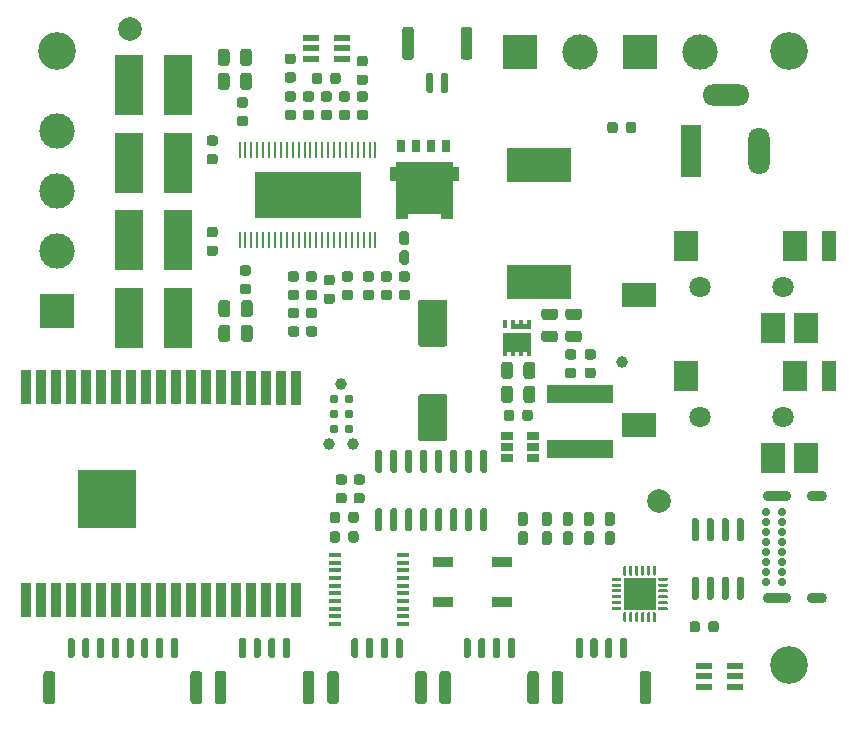
<source format=gts>
G04 #@! TF.GenerationSoftware,KiCad,Pcbnew,(5.1.9)-1*
G04 #@! TF.CreationDate,2021-04-10T14:09:46+02:00*
G04 #@! TF.ProjectId,musical-box,6d757369-6361-46c2-9d62-6f782e6b6963,rev?*
G04 #@! TF.SameCoordinates,Original*
G04 #@! TF.FileFunction,Soldermask,Top*
G04 #@! TF.FilePolarity,Negative*
%FSLAX46Y46*%
G04 Gerber Fmt 4.6, Leading zero omitted, Abs format (unit mm)*
G04 Created by KiCad (PCBNEW (5.1.9)-1) date 2021-04-10 14:09:46*
%MOMM*%
%LPD*%
G01*
G04 APERTURE LIST*
%ADD10C,0.010000*%
%ADD11C,0.800000*%
%ADD12R,5.000000X5.000000*%
%ADD13R,0.900000X3.000000*%
%ADD14C,0.787400*%
%ADD15C,0.990600*%
%ADD16C,1.800000*%
%ADD17R,2.000000X2.500000*%
%ADD18R,2.900000X2.000000*%
%ADD19R,1.200000X2.500000*%
%ADD20C,0.600000*%
%ADD21R,0.270000X1.461200*%
%ADD22R,9.000000X3.900000*%
%ADD23C,0.100000*%
%ADD24R,0.350000X0.800000*%
%ADD25C,3.000000*%
%ADD26R,3.000000X3.000000*%
%ADD27C,1.000000*%
%ADD28R,1.700000X0.900000*%
%ADD29R,1.432000X0.622000*%
%ADD30R,1.432000X0.500000*%
%ADD31O,1.700000X0.900000*%
%ADD32O,2.400000X0.900000*%
%ADD33C,0.700000*%
%ADD34R,0.750000X1.000000*%
%ADD35R,5.400000X2.900000*%
%ADD36R,2.350000X5.100000*%
%ADD37C,3.200000*%
%ADD38R,1.000000X0.400000*%
%ADD39R,1.060000X0.650000*%
%ADD40R,2.700000X2.700000*%
%ADD41R,5.700000X1.600000*%
%ADD42R,1.800000X4.400000*%
%ADD43O,1.800000X4.000000*%
%ADD44O,4.000000X1.800000*%
%ADD45C,2.000000*%
G04 APERTURE END LIST*
D10*
G36*
X382672000Y-138422500D02*
G01*
X387432000Y-138422500D01*
X387432000Y-138847500D01*
X387927000Y-138847500D01*
X387927000Y-139952500D01*
X387432000Y-139952500D01*
X387432000Y-143152500D01*
X386482000Y-143152500D01*
X386482000Y-142677500D01*
X383622000Y-142677500D01*
X383622000Y-143152500D01*
X382672000Y-143152500D01*
X382672000Y-139952500D01*
X382177000Y-139952500D01*
X382177000Y-138847500D01*
X382672000Y-138847500D01*
X382672000Y-138422500D01*
G37*
X382672000Y-138422500D02*
X387432000Y-138422500D01*
X387432000Y-138847500D01*
X387927000Y-138847500D01*
X387927000Y-139952500D01*
X387432000Y-139952500D01*
X387432000Y-143152500D01*
X386482000Y-143152500D01*
X386482000Y-142677500D01*
X383622000Y-142677500D01*
X383622000Y-143152500D01*
X382672000Y-143152500D01*
X382672000Y-139952500D01*
X382177000Y-139952500D01*
X382177000Y-138847500D01*
X382672000Y-138847500D01*
X382672000Y-138422500D01*
D11*
X357567000Y-166304000D03*
X360167000Y-166304000D03*
X358867000Y-166304000D03*
X356267000Y-166304000D03*
X358867000Y-165004000D03*
X357567000Y-165004000D03*
X360167000Y-165004000D03*
X356267000Y-165004000D03*
X357567000Y-167604000D03*
X360167000Y-167604000D03*
X358867000Y-167604000D03*
X356267000Y-167604000D03*
X360167000Y-168904000D03*
X358867000Y-168904000D03*
X357567000Y-168904000D03*
X356267000Y-168904000D03*
D12*
X358277000Y-166904000D03*
D13*
X351357000Y-175504000D03*
X352627000Y-175504000D03*
X353897000Y-175504000D03*
X355167000Y-175504000D03*
X356437000Y-175504000D03*
X357707000Y-175504000D03*
X358977000Y-175504000D03*
X360247000Y-175504000D03*
X361517000Y-175504000D03*
X362787000Y-175504000D03*
X364057000Y-175504000D03*
X365327000Y-175504000D03*
X366597000Y-175504000D03*
X367867000Y-175504000D03*
X369167000Y-175504000D03*
X370437000Y-175504000D03*
X371707000Y-175504000D03*
X372977000Y-175504000D03*
X374247000Y-175504000D03*
X374247000Y-157504000D03*
X372977000Y-157504000D03*
X371707000Y-157504000D03*
X370437000Y-157504000D03*
X369167000Y-157504000D03*
X367867000Y-157474000D03*
X366597000Y-157474000D03*
X365327000Y-157474000D03*
X364057000Y-157474000D03*
X362787000Y-157474000D03*
X361517000Y-157474000D03*
X360247000Y-157474000D03*
X358977000Y-157474000D03*
X357707000Y-157474000D03*
X356437000Y-157474000D03*
X355167000Y-157474000D03*
X353897000Y-157474000D03*
X352627000Y-157474000D03*
X351357000Y-157474000D03*
D14*
X378714000Y-161036000D03*
X377444000Y-161036000D03*
X378714000Y-159766000D03*
X377444000Y-159766000D03*
X378714000Y-158496000D03*
X377444000Y-158496000D03*
D15*
X378079000Y-157226000D03*
X377063000Y-162306000D03*
X379095000Y-162306000D03*
G36*
G01*
X368612000Y-129065000D02*
X368612000Y-130015000D01*
G75*
G02*
X368362000Y-130265000I-250000J0D01*
G01*
X367862000Y-130265000D01*
G75*
G02*
X367612000Y-130015000I0J250000D01*
G01*
X367612000Y-129065000D01*
G75*
G02*
X367862000Y-128815000I250000J0D01*
G01*
X368362000Y-128815000D01*
G75*
G02*
X368612000Y-129065000I0J-250000D01*
G01*
G37*
G36*
G01*
X370512000Y-129065000D02*
X370512000Y-130015000D01*
G75*
G02*
X370262000Y-130265000I-250000J0D01*
G01*
X369762000Y-130265000D01*
G75*
G02*
X369512000Y-130015000I0J250000D01*
G01*
X369512000Y-129065000D01*
G75*
G02*
X369762000Y-128815000I250000J0D01*
G01*
X370262000Y-128815000D01*
G75*
G02*
X370512000Y-129065000I0J-250000D01*
G01*
G37*
G36*
G01*
X368612000Y-131097000D02*
X368612000Y-132047000D01*
G75*
G02*
X368362000Y-132297000I-250000J0D01*
G01*
X367862000Y-132297000D01*
G75*
G02*
X367612000Y-132047000I0J250000D01*
G01*
X367612000Y-131097000D01*
G75*
G02*
X367862000Y-130847000I250000J0D01*
G01*
X368362000Y-130847000D01*
G75*
G02*
X368612000Y-131097000I0J-250000D01*
G01*
G37*
G36*
G01*
X370512000Y-131097000D02*
X370512000Y-132047000D01*
G75*
G02*
X370262000Y-132297000I-250000J0D01*
G01*
X369762000Y-132297000D01*
G75*
G02*
X369512000Y-132047000I0J250000D01*
G01*
X369512000Y-131097000D01*
G75*
G02*
X369762000Y-130847000I250000J0D01*
G01*
X370262000Y-130847000D01*
G75*
G02*
X370512000Y-131097000I0J-250000D01*
G01*
G37*
G36*
G01*
X368675500Y-152433000D02*
X368675500Y-153383000D01*
G75*
G02*
X368425500Y-153633000I-250000J0D01*
G01*
X367925500Y-153633000D01*
G75*
G02*
X367675500Y-153383000I0J250000D01*
G01*
X367675500Y-152433000D01*
G75*
G02*
X367925500Y-152183000I250000J0D01*
G01*
X368425500Y-152183000D01*
G75*
G02*
X368675500Y-152433000I0J-250000D01*
G01*
G37*
G36*
G01*
X370575500Y-152433000D02*
X370575500Y-153383000D01*
G75*
G02*
X370325500Y-153633000I-250000J0D01*
G01*
X369825500Y-153633000D01*
G75*
G02*
X369575500Y-153383000I0J250000D01*
G01*
X369575500Y-152433000D01*
G75*
G02*
X369825500Y-152183000I250000J0D01*
G01*
X370325500Y-152183000D01*
G75*
G02*
X370575500Y-152433000I0J-250000D01*
G01*
G37*
G36*
G01*
X368675500Y-150337500D02*
X368675500Y-151287500D01*
G75*
G02*
X368425500Y-151537500I-250000J0D01*
G01*
X367925500Y-151537500D01*
G75*
G02*
X367675500Y-151287500I0J250000D01*
G01*
X367675500Y-150337500D01*
G75*
G02*
X367925500Y-150087500I250000J0D01*
G01*
X368425500Y-150087500D01*
G75*
G02*
X368675500Y-150337500I0J-250000D01*
G01*
G37*
G36*
G01*
X370575500Y-150337500D02*
X370575500Y-151287500D01*
G75*
G02*
X370325500Y-151537500I-250000J0D01*
G01*
X369825500Y-151537500D01*
G75*
G02*
X369575500Y-151287500I0J250000D01*
G01*
X369575500Y-150337500D01*
G75*
G02*
X369825500Y-150087500I250000J0D01*
G01*
X370325500Y-150087500D01*
G75*
G02*
X370575500Y-150337500I0J-250000D01*
G01*
G37*
G36*
G01*
X373493000Y-134065000D02*
X374043000Y-134065000D01*
G75*
G02*
X374243000Y-134265000I0J-200000D01*
G01*
X374243000Y-134665000D01*
G75*
G02*
X374043000Y-134865000I-200000J0D01*
G01*
X373493000Y-134865000D01*
G75*
G02*
X373293000Y-134665000I0J200000D01*
G01*
X373293000Y-134265000D01*
G75*
G02*
X373493000Y-134065000I200000J0D01*
G01*
G37*
G36*
G01*
X373493000Y-132415000D02*
X374043000Y-132415000D01*
G75*
G02*
X374243000Y-132615000I0J-200000D01*
G01*
X374243000Y-133015000D01*
G75*
G02*
X374043000Y-133215000I-200000J0D01*
G01*
X373493000Y-133215000D01*
G75*
G02*
X373293000Y-133015000I0J200000D01*
G01*
X373293000Y-132615000D01*
G75*
G02*
X373493000Y-132415000I200000J0D01*
G01*
G37*
D16*
X408451600Y-160000000D03*
X415451600Y-160000000D03*
D17*
X417451600Y-163450000D03*
X407251600Y-156550000D03*
D18*
X403301600Y-160650000D03*
D17*
X414651600Y-163450000D03*
X416451600Y-156550000D03*
D19*
X419351600Y-156550000D03*
D16*
X408451600Y-149000000D03*
X415451600Y-149000000D03*
D17*
X417451600Y-152450000D03*
X407251600Y-145550000D03*
D18*
X403301600Y-149650000D03*
D17*
X414651600Y-152450000D03*
X416451600Y-145550000D03*
D19*
X419351600Y-145550000D03*
D20*
X379115800Y-141196500D03*
X379115800Y-142496500D03*
X379115800Y-139896500D03*
X377815800Y-141196500D03*
X377815800Y-142496500D03*
X377815800Y-139896500D03*
X376515800Y-141196500D03*
X376515800Y-142496500D03*
X376515800Y-139896500D03*
X375215800Y-141196500D03*
X375215800Y-142496500D03*
X375215800Y-139896500D03*
X373915800Y-141196500D03*
X373915800Y-142496500D03*
X373915800Y-139896500D03*
X372615800Y-141196500D03*
X372615800Y-142496500D03*
X372615800Y-139896500D03*
D21*
X369465801Y-144971501D03*
X369965800Y-144971501D03*
X370465799Y-144971501D03*
X370965801Y-144971501D03*
X371465800Y-144971501D03*
X371965799Y-144971501D03*
X372465800Y-144971501D03*
X372965799Y-144971501D03*
X373465801Y-144971501D03*
X373965800Y-144971501D03*
X374465799Y-144971501D03*
X374965800Y-144971501D03*
X375465800Y-144971501D03*
X375965801Y-144971501D03*
X376465800Y-144971501D03*
X376965799Y-144971501D03*
X377465801Y-144971501D03*
X377965800Y-144971501D03*
X378465801Y-144971501D03*
X378965800Y-144971501D03*
X379465799Y-144971501D03*
X379965801Y-144971501D03*
X380465800Y-144971501D03*
X380965801Y-144971501D03*
X380965799Y-137421499D03*
X380465800Y-137421499D03*
X379965801Y-137421499D03*
X379465799Y-137421499D03*
X378965800Y-137421499D03*
X378465799Y-137421499D03*
X377965800Y-137421499D03*
X377465801Y-137421499D03*
X376965799Y-137421499D03*
X376465800Y-137421499D03*
X375965798Y-137421499D03*
X375465800Y-137421499D03*
X374965800Y-137421499D03*
X374465799Y-137421499D03*
X373965800Y-137421499D03*
X373465801Y-137421499D03*
X372965799Y-137421499D03*
X372465800Y-137421499D03*
X371965799Y-137421499D03*
X371465800Y-137421499D03*
X370965801Y-137421499D03*
X370465799Y-137421499D03*
X369965800Y-137421499D03*
X369465799Y-137421499D03*
D22*
X375215800Y-141196500D03*
D20*
X371315800Y-142496500D03*
X371315800Y-141196500D03*
X371315800Y-139896500D03*
D23*
G36*
X393768000Y-154808000D02*
G01*
X393768000Y-154458000D01*
X393448000Y-154458000D01*
X393448000Y-154808000D01*
X393098000Y-154808000D01*
X393098000Y-154458000D01*
X392778000Y-154458000D01*
X392778000Y-154808000D01*
X392428000Y-154808000D01*
X392428000Y-154458000D01*
X392108000Y-154458000D01*
X392108000Y-154808000D01*
X391758000Y-154808000D01*
X391758000Y-152908000D01*
X394118000Y-152908000D01*
X394118000Y-154808000D01*
X393768000Y-154808000D01*
G37*
G36*
X392433000Y-152558000D02*
G01*
X392433000Y-151758000D01*
X392783000Y-151758000D01*
X392783000Y-152108000D01*
X393103000Y-152108000D01*
X393103000Y-151758000D01*
X393453000Y-151758000D01*
X393453000Y-152108000D01*
X393773000Y-152108000D01*
X393773000Y-151758000D01*
X394113000Y-151758000D01*
X394113000Y-152558000D01*
X392433000Y-152558000D01*
G37*
D24*
X391933000Y-152158000D03*
G36*
G01*
X388170000Y-129505000D02*
X388170000Y-127205000D01*
G75*
G02*
X388420000Y-126955000I250000J0D01*
G01*
X388920000Y-126955000D01*
G75*
G02*
X389170000Y-127205000I0J-250000D01*
G01*
X389170000Y-129505000D01*
G75*
G02*
X388920000Y-129755000I-250000J0D01*
G01*
X388420000Y-129755000D01*
G75*
G02*
X388170000Y-129505000I0J250000D01*
G01*
G37*
G36*
G01*
X383220000Y-129505000D02*
X383220000Y-127205000D01*
G75*
G02*
X383470000Y-126955000I250000J0D01*
G01*
X383970000Y-126955000D01*
G75*
G02*
X384220000Y-127205000I0J-250000D01*
G01*
X384220000Y-129505000D01*
G75*
G02*
X383970000Y-129755000I-250000J0D01*
G01*
X383470000Y-129755000D01*
G75*
G02*
X383220000Y-129505000I0J250000D01*
G01*
G37*
G36*
G01*
X386520000Y-132405000D02*
X386520000Y-131005000D01*
G75*
G02*
X386670000Y-130855000I150000J0D01*
G01*
X386970000Y-130855000D01*
G75*
G02*
X387120000Y-131005000I0J-150000D01*
G01*
X387120000Y-132405000D01*
G75*
G02*
X386970000Y-132555000I-150000J0D01*
G01*
X386670000Y-132555000D01*
G75*
G02*
X386520000Y-132405000I0J150000D01*
G01*
G37*
G36*
G01*
X385270000Y-132405000D02*
X385270000Y-131005000D01*
G75*
G02*
X385420000Y-130855000I150000J0D01*
G01*
X385720000Y-130855000D01*
G75*
G02*
X385870000Y-131005000I0J-150000D01*
G01*
X385870000Y-132405000D01*
G75*
G02*
X385720000Y-132555000I-150000J0D01*
G01*
X385420000Y-132555000D01*
G75*
G02*
X385270000Y-132405000I0J150000D01*
G01*
G37*
D25*
X398260000Y-129120000D03*
D26*
X393180000Y-129120000D03*
G36*
G01*
X383625500Y-145469000D02*
X383200500Y-145469000D01*
G75*
G02*
X382988000Y-145256500I0J212500D01*
G01*
X382988000Y-144456500D01*
G75*
G02*
X383200500Y-144244000I212500J0D01*
G01*
X383625500Y-144244000D01*
G75*
G02*
X383838000Y-144456500I0J-212500D01*
G01*
X383838000Y-145256500D01*
G75*
G02*
X383625500Y-145469000I-212500J0D01*
G01*
G37*
G36*
G01*
X383625500Y-147094000D02*
X383200500Y-147094000D01*
G75*
G02*
X382988000Y-146881500I0J212500D01*
G01*
X382988000Y-146081500D01*
G75*
G02*
X383200500Y-145869000I212500J0D01*
G01*
X383625500Y-145869000D01*
G75*
G02*
X383838000Y-146081500I0J-212500D01*
G01*
X383838000Y-146881500D01*
G75*
G02*
X383625500Y-147094000I-212500J0D01*
G01*
G37*
G36*
G01*
X384814000Y-158044000D02*
X386814000Y-158044000D01*
G75*
G02*
X387064000Y-158294000I0J-250000D01*
G01*
X387064000Y-161794000D01*
G75*
G02*
X386814000Y-162044000I-250000J0D01*
G01*
X384814000Y-162044000D01*
G75*
G02*
X384564000Y-161794000I0J250000D01*
G01*
X384564000Y-158294000D01*
G75*
G02*
X384814000Y-158044000I250000J0D01*
G01*
G37*
G36*
G01*
X384814000Y-150044000D02*
X386814000Y-150044000D01*
G75*
G02*
X387064000Y-150294000I0J-250000D01*
G01*
X387064000Y-153794000D01*
G75*
G02*
X386814000Y-154044000I-250000J0D01*
G01*
X384814000Y-154044000D01*
G75*
G02*
X384564000Y-153794000I0J250000D01*
G01*
X384564000Y-150294000D01*
G75*
G02*
X384814000Y-150044000I250000J0D01*
G01*
G37*
G36*
G01*
X393403000Y-160110250D02*
X393403000Y-159597750D01*
G75*
G02*
X393621750Y-159379000I218750J0D01*
G01*
X394059250Y-159379000D01*
G75*
G02*
X394278000Y-159597750I0J-218750D01*
G01*
X394278000Y-160110250D01*
G75*
G02*
X394059250Y-160329000I-218750J0D01*
G01*
X393621750Y-160329000D01*
G75*
G02*
X393403000Y-160110250I0J218750D01*
G01*
G37*
G36*
G01*
X391828000Y-160110250D02*
X391828000Y-159597750D01*
G75*
G02*
X392046750Y-159379000I218750J0D01*
G01*
X392484250Y-159379000D01*
G75*
G02*
X392703000Y-159597750I0J-218750D01*
G01*
X392703000Y-160110250D01*
G75*
G02*
X392484250Y-160329000I-218750J0D01*
G01*
X392046750Y-160329000D01*
G75*
G02*
X391828000Y-160110250I0J218750D01*
G01*
G37*
D27*
X401828000Y-155321000D03*
G36*
G01*
X393503000Y-158551000D02*
X393503000Y-157601000D01*
G75*
G02*
X393753000Y-157351000I250000J0D01*
G01*
X394253000Y-157351000D01*
G75*
G02*
X394503000Y-157601000I0J-250000D01*
G01*
X394503000Y-158551000D01*
G75*
G02*
X394253000Y-158801000I-250000J0D01*
G01*
X393753000Y-158801000D01*
G75*
G02*
X393503000Y-158551000I0J250000D01*
G01*
G37*
G36*
G01*
X391603000Y-158551000D02*
X391603000Y-157601000D01*
G75*
G02*
X391853000Y-157351000I250000J0D01*
G01*
X392353000Y-157351000D01*
G75*
G02*
X392603000Y-157601000I0J-250000D01*
G01*
X392603000Y-158551000D01*
G75*
G02*
X392353000Y-158801000I-250000J0D01*
G01*
X391853000Y-158801000D01*
G75*
G02*
X391603000Y-158551000I0J250000D01*
G01*
G37*
G36*
G01*
X393503000Y-156519000D02*
X393503000Y-155569000D01*
G75*
G02*
X393753000Y-155319000I250000J0D01*
G01*
X394253000Y-155319000D01*
G75*
G02*
X394503000Y-155569000I0J-250000D01*
G01*
X394503000Y-156519000D01*
G75*
G02*
X394253000Y-156769000I-250000J0D01*
G01*
X393753000Y-156769000D01*
G75*
G02*
X393503000Y-156519000I0J250000D01*
G01*
G37*
G36*
G01*
X391603000Y-156519000D02*
X391603000Y-155569000D01*
G75*
G02*
X391853000Y-155319000I250000J0D01*
G01*
X392353000Y-155319000D01*
G75*
G02*
X392603000Y-155569000I0J-250000D01*
G01*
X392603000Y-156519000D01*
G75*
G02*
X392353000Y-156769000I-250000J0D01*
G01*
X391853000Y-156769000D01*
G75*
G02*
X391603000Y-156519000I0J250000D01*
G01*
G37*
G36*
G01*
X395678500Y-169242500D02*
X395253500Y-169242500D01*
G75*
G02*
X395041000Y-169030000I0J212500D01*
G01*
X395041000Y-168230000D01*
G75*
G02*
X395253500Y-168017500I212500J0D01*
G01*
X395678500Y-168017500D01*
G75*
G02*
X395891000Y-168230000I0J-212500D01*
G01*
X395891000Y-169030000D01*
G75*
G02*
X395678500Y-169242500I-212500J0D01*
G01*
G37*
G36*
G01*
X395678500Y-170867500D02*
X395253500Y-170867500D01*
G75*
G02*
X395041000Y-170655000I0J212500D01*
G01*
X395041000Y-169855000D01*
G75*
G02*
X395253500Y-169642500I212500J0D01*
G01*
X395678500Y-169642500D01*
G75*
G02*
X395891000Y-169855000I0J-212500D01*
G01*
X395891000Y-170655000D01*
G75*
G02*
X395678500Y-170867500I-212500J0D01*
G01*
G37*
D28*
X391656000Y-172251000D03*
X391656000Y-175651000D03*
X386703000Y-175651000D03*
X386703000Y-172251000D03*
D29*
X411375000Y-181068000D03*
D30*
X411375000Y-181952000D03*
D29*
X411375000Y-182836000D03*
X408767000Y-182836000D03*
D30*
X408767000Y-181952000D03*
D29*
X408767000Y-181068000D03*
D31*
X418380000Y-166700000D03*
X418380000Y-175350000D03*
D32*
X415000000Y-166700000D03*
X415000000Y-175350000D03*
D33*
X415370000Y-170600000D03*
X415370000Y-168050000D03*
X415370000Y-168900000D03*
X415370000Y-169750000D03*
X415370000Y-174000000D03*
X415370000Y-172300000D03*
X415370000Y-171450000D03*
X415370000Y-173150000D03*
X414020000Y-168050000D03*
X414020000Y-168900000D03*
X414020000Y-169750000D03*
X414020000Y-170600000D03*
X414020000Y-171450000D03*
X414020000Y-172300000D03*
X414020000Y-173150000D03*
X414020000Y-174000000D03*
D25*
X354000000Y-135760000D03*
D26*
X354000000Y-151000000D03*
D25*
X354000000Y-140840000D03*
X354000000Y-145920000D03*
G36*
G01*
X408201000Y-170507000D02*
X407901000Y-170507000D01*
G75*
G02*
X407751000Y-170357000I0J150000D01*
G01*
X407751000Y-168707000D01*
G75*
G02*
X407901000Y-168557000I150000J0D01*
G01*
X408201000Y-168557000D01*
G75*
G02*
X408351000Y-168707000I0J-150000D01*
G01*
X408351000Y-170357000D01*
G75*
G02*
X408201000Y-170507000I-150000J0D01*
G01*
G37*
G36*
G01*
X409471000Y-170507000D02*
X409171000Y-170507000D01*
G75*
G02*
X409021000Y-170357000I0J150000D01*
G01*
X409021000Y-168707000D01*
G75*
G02*
X409171000Y-168557000I150000J0D01*
G01*
X409471000Y-168557000D01*
G75*
G02*
X409621000Y-168707000I0J-150000D01*
G01*
X409621000Y-170357000D01*
G75*
G02*
X409471000Y-170507000I-150000J0D01*
G01*
G37*
G36*
G01*
X410741000Y-170507000D02*
X410441000Y-170507000D01*
G75*
G02*
X410291000Y-170357000I0J150000D01*
G01*
X410291000Y-168707000D01*
G75*
G02*
X410441000Y-168557000I150000J0D01*
G01*
X410741000Y-168557000D01*
G75*
G02*
X410891000Y-168707000I0J-150000D01*
G01*
X410891000Y-170357000D01*
G75*
G02*
X410741000Y-170507000I-150000J0D01*
G01*
G37*
G36*
G01*
X412011000Y-170507000D02*
X411711000Y-170507000D01*
G75*
G02*
X411561000Y-170357000I0J150000D01*
G01*
X411561000Y-168707000D01*
G75*
G02*
X411711000Y-168557000I150000J0D01*
G01*
X412011000Y-168557000D01*
G75*
G02*
X412161000Y-168707000I0J-150000D01*
G01*
X412161000Y-170357000D01*
G75*
G02*
X412011000Y-170507000I-150000J0D01*
G01*
G37*
G36*
G01*
X412011000Y-175457000D02*
X411711000Y-175457000D01*
G75*
G02*
X411561000Y-175307000I0J150000D01*
G01*
X411561000Y-173657000D01*
G75*
G02*
X411711000Y-173507000I150000J0D01*
G01*
X412011000Y-173507000D01*
G75*
G02*
X412161000Y-173657000I0J-150000D01*
G01*
X412161000Y-175307000D01*
G75*
G02*
X412011000Y-175457000I-150000J0D01*
G01*
G37*
G36*
G01*
X410741000Y-175457000D02*
X410441000Y-175457000D01*
G75*
G02*
X410291000Y-175307000I0J150000D01*
G01*
X410291000Y-173657000D01*
G75*
G02*
X410441000Y-173507000I150000J0D01*
G01*
X410741000Y-173507000D01*
G75*
G02*
X410891000Y-173657000I0J-150000D01*
G01*
X410891000Y-175307000D01*
G75*
G02*
X410741000Y-175457000I-150000J0D01*
G01*
G37*
G36*
G01*
X409471000Y-175457000D02*
X409171000Y-175457000D01*
G75*
G02*
X409021000Y-175307000I0J150000D01*
G01*
X409021000Y-173657000D01*
G75*
G02*
X409171000Y-173507000I150000J0D01*
G01*
X409471000Y-173507000D01*
G75*
G02*
X409621000Y-173657000I0J-150000D01*
G01*
X409621000Y-175307000D01*
G75*
G02*
X409471000Y-175457000I-150000J0D01*
G01*
G37*
G36*
G01*
X408201000Y-175457000D02*
X407901000Y-175457000D01*
G75*
G02*
X407751000Y-175307000I0J150000D01*
G01*
X407751000Y-173657000D01*
G75*
G02*
X407901000Y-173507000I150000J0D01*
G01*
X408201000Y-173507000D01*
G75*
G02*
X408351000Y-173657000I0J-150000D01*
G01*
X408351000Y-175307000D01*
G75*
G02*
X408201000Y-175457000I-150000J0D01*
G01*
G37*
D34*
X386957000Y-137057500D03*
X383147000Y-137057500D03*
X385687000Y-137057500D03*
X384417000Y-137057500D03*
G36*
G01*
X353850000Y-181750000D02*
X353850000Y-184050000D01*
G75*
G02*
X353600000Y-184300000I-250000J0D01*
G01*
X353100000Y-184300000D01*
G75*
G02*
X352850000Y-184050000I0J250000D01*
G01*
X352850000Y-181750000D01*
G75*
G02*
X353100000Y-181500000I250000J0D01*
G01*
X353600000Y-181500000D01*
G75*
G02*
X353850000Y-181750000I0J-250000D01*
G01*
G37*
G36*
G01*
X366300000Y-181750000D02*
X366300000Y-184050000D01*
G75*
G02*
X366050000Y-184300000I-250000J0D01*
G01*
X365550000Y-184300000D01*
G75*
G02*
X365300000Y-184050000I0J250000D01*
G01*
X365300000Y-181750000D01*
G75*
G02*
X365550000Y-181500000I250000J0D01*
G01*
X366050000Y-181500000D01*
G75*
G02*
X366300000Y-181750000I0J-250000D01*
G01*
G37*
G36*
G01*
X355500000Y-178850000D02*
X355500000Y-180250000D01*
G75*
G02*
X355350000Y-180400000I-150000J0D01*
G01*
X355050000Y-180400000D01*
G75*
G02*
X354900000Y-180250000I0J150000D01*
G01*
X354900000Y-178850000D01*
G75*
G02*
X355050000Y-178700000I150000J0D01*
G01*
X355350000Y-178700000D01*
G75*
G02*
X355500000Y-178850000I0J-150000D01*
G01*
G37*
G36*
G01*
X356750000Y-178850000D02*
X356750000Y-180250000D01*
G75*
G02*
X356600000Y-180400000I-150000J0D01*
G01*
X356300000Y-180400000D01*
G75*
G02*
X356150000Y-180250000I0J150000D01*
G01*
X356150000Y-178850000D01*
G75*
G02*
X356300000Y-178700000I150000J0D01*
G01*
X356600000Y-178700000D01*
G75*
G02*
X356750000Y-178850000I0J-150000D01*
G01*
G37*
G36*
G01*
X358000000Y-178850000D02*
X358000000Y-180250000D01*
G75*
G02*
X357850000Y-180400000I-150000J0D01*
G01*
X357550000Y-180400000D01*
G75*
G02*
X357400000Y-180250000I0J150000D01*
G01*
X357400000Y-178850000D01*
G75*
G02*
X357550000Y-178700000I150000J0D01*
G01*
X357850000Y-178700000D01*
G75*
G02*
X358000000Y-178850000I0J-150000D01*
G01*
G37*
G36*
G01*
X359250000Y-178850000D02*
X359250000Y-180250000D01*
G75*
G02*
X359100000Y-180400000I-150000J0D01*
G01*
X358800000Y-180400000D01*
G75*
G02*
X358650000Y-180250000I0J150000D01*
G01*
X358650000Y-178850000D01*
G75*
G02*
X358800000Y-178700000I150000J0D01*
G01*
X359100000Y-178700000D01*
G75*
G02*
X359250000Y-178850000I0J-150000D01*
G01*
G37*
G36*
G01*
X360500000Y-178850000D02*
X360500000Y-180250000D01*
G75*
G02*
X360350000Y-180400000I-150000J0D01*
G01*
X360050000Y-180400000D01*
G75*
G02*
X359900000Y-180250000I0J150000D01*
G01*
X359900000Y-178850000D01*
G75*
G02*
X360050000Y-178700000I150000J0D01*
G01*
X360350000Y-178700000D01*
G75*
G02*
X360500000Y-178850000I0J-150000D01*
G01*
G37*
G36*
G01*
X361750000Y-178850000D02*
X361750000Y-180250000D01*
G75*
G02*
X361600000Y-180400000I-150000J0D01*
G01*
X361300000Y-180400000D01*
G75*
G02*
X361150000Y-180250000I0J150000D01*
G01*
X361150000Y-178850000D01*
G75*
G02*
X361300000Y-178700000I150000J0D01*
G01*
X361600000Y-178700000D01*
G75*
G02*
X361750000Y-178850000I0J-150000D01*
G01*
G37*
G36*
G01*
X363000000Y-178850000D02*
X363000000Y-180250000D01*
G75*
G02*
X362850000Y-180400000I-150000J0D01*
G01*
X362550000Y-180400000D01*
G75*
G02*
X362400000Y-180250000I0J150000D01*
G01*
X362400000Y-178850000D01*
G75*
G02*
X362550000Y-178700000I150000J0D01*
G01*
X362850000Y-178700000D01*
G75*
G02*
X363000000Y-178850000I0J-150000D01*
G01*
G37*
G36*
G01*
X364250000Y-178850000D02*
X364250000Y-180250000D01*
G75*
G02*
X364100000Y-180400000I-150000J0D01*
G01*
X363800000Y-180400000D01*
G75*
G02*
X363650000Y-180250000I0J150000D01*
G01*
X363650000Y-178850000D01*
G75*
G02*
X363800000Y-178700000I150000J0D01*
G01*
X364100000Y-178700000D01*
G75*
G02*
X364250000Y-178850000I0J-150000D01*
G01*
G37*
D29*
X375493000Y-129672500D03*
D30*
X375493000Y-128788500D03*
D29*
X375493000Y-127904500D03*
X378101000Y-127904500D03*
D30*
X378101000Y-128788500D03*
D29*
X378101000Y-129672500D03*
D35*
X394831000Y-148548000D03*
X394831000Y-138648000D03*
D36*
X360117000Y-131846000D03*
X364267000Y-131846000D03*
X360117000Y-138450000D03*
X364267000Y-138450000D03*
X360125000Y-145000000D03*
X364275000Y-145000000D03*
X360117000Y-151600000D03*
X364267000Y-151600000D03*
D37*
X416000000Y-181000000D03*
D38*
X383326000Y-171661000D03*
X383326000Y-172311000D03*
X383326000Y-172961000D03*
X383326000Y-173611000D03*
X383326000Y-174261000D03*
X383326000Y-174911000D03*
X383326000Y-175561000D03*
X383326000Y-176211000D03*
X383326000Y-176861000D03*
X383326000Y-177511000D03*
X377526000Y-177511000D03*
X377526000Y-176861000D03*
X377526000Y-176211000D03*
X377526000Y-175561000D03*
X377526000Y-174911000D03*
X377526000Y-174261000D03*
X377526000Y-173611000D03*
X377526000Y-172961000D03*
X377526000Y-172311000D03*
X377526000Y-171661000D03*
G36*
G01*
X381392000Y-164704000D02*
X381092000Y-164704000D01*
G75*
G02*
X380942000Y-164554000I0J150000D01*
G01*
X380942000Y-162904000D01*
G75*
G02*
X381092000Y-162754000I150000J0D01*
G01*
X381392000Y-162754000D01*
G75*
G02*
X381542000Y-162904000I0J-150000D01*
G01*
X381542000Y-164554000D01*
G75*
G02*
X381392000Y-164704000I-150000J0D01*
G01*
G37*
G36*
G01*
X382662000Y-164704000D02*
X382362000Y-164704000D01*
G75*
G02*
X382212000Y-164554000I0J150000D01*
G01*
X382212000Y-162904000D01*
G75*
G02*
X382362000Y-162754000I150000J0D01*
G01*
X382662000Y-162754000D01*
G75*
G02*
X382812000Y-162904000I0J-150000D01*
G01*
X382812000Y-164554000D01*
G75*
G02*
X382662000Y-164704000I-150000J0D01*
G01*
G37*
G36*
G01*
X383932000Y-164704000D02*
X383632000Y-164704000D01*
G75*
G02*
X383482000Y-164554000I0J150000D01*
G01*
X383482000Y-162904000D01*
G75*
G02*
X383632000Y-162754000I150000J0D01*
G01*
X383932000Y-162754000D01*
G75*
G02*
X384082000Y-162904000I0J-150000D01*
G01*
X384082000Y-164554000D01*
G75*
G02*
X383932000Y-164704000I-150000J0D01*
G01*
G37*
G36*
G01*
X385202000Y-164704000D02*
X384902000Y-164704000D01*
G75*
G02*
X384752000Y-164554000I0J150000D01*
G01*
X384752000Y-162904000D01*
G75*
G02*
X384902000Y-162754000I150000J0D01*
G01*
X385202000Y-162754000D01*
G75*
G02*
X385352000Y-162904000I0J-150000D01*
G01*
X385352000Y-164554000D01*
G75*
G02*
X385202000Y-164704000I-150000J0D01*
G01*
G37*
G36*
G01*
X386472000Y-164704000D02*
X386172000Y-164704000D01*
G75*
G02*
X386022000Y-164554000I0J150000D01*
G01*
X386022000Y-162904000D01*
G75*
G02*
X386172000Y-162754000I150000J0D01*
G01*
X386472000Y-162754000D01*
G75*
G02*
X386622000Y-162904000I0J-150000D01*
G01*
X386622000Y-164554000D01*
G75*
G02*
X386472000Y-164704000I-150000J0D01*
G01*
G37*
G36*
G01*
X387742000Y-164704000D02*
X387442000Y-164704000D01*
G75*
G02*
X387292000Y-164554000I0J150000D01*
G01*
X387292000Y-162904000D01*
G75*
G02*
X387442000Y-162754000I150000J0D01*
G01*
X387742000Y-162754000D01*
G75*
G02*
X387892000Y-162904000I0J-150000D01*
G01*
X387892000Y-164554000D01*
G75*
G02*
X387742000Y-164704000I-150000J0D01*
G01*
G37*
G36*
G01*
X389012000Y-164704000D02*
X388712000Y-164704000D01*
G75*
G02*
X388562000Y-164554000I0J150000D01*
G01*
X388562000Y-162904000D01*
G75*
G02*
X388712000Y-162754000I150000J0D01*
G01*
X389012000Y-162754000D01*
G75*
G02*
X389162000Y-162904000I0J-150000D01*
G01*
X389162000Y-164554000D01*
G75*
G02*
X389012000Y-164704000I-150000J0D01*
G01*
G37*
G36*
G01*
X390282000Y-164704000D02*
X389982000Y-164704000D01*
G75*
G02*
X389832000Y-164554000I0J150000D01*
G01*
X389832000Y-162904000D01*
G75*
G02*
X389982000Y-162754000I150000J0D01*
G01*
X390282000Y-162754000D01*
G75*
G02*
X390432000Y-162904000I0J-150000D01*
G01*
X390432000Y-164554000D01*
G75*
G02*
X390282000Y-164704000I-150000J0D01*
G01*
G37*
G36*
G01*
X390282000Y-169654000D02*
X389982000Y-169654000D01*
G75*
G02*
X389832000Y-169504000I0J150000D01*
G01*
X389832000Y-167854000D01*
G75*
G02*
X389982000Y-167704000I150000J0D01*
G01*
X390282000Y-167704000D01*
G75*
G02*
X390432000Y-167854000I0J-150000D01*
G01*
X390432000Y-169504000D01*
G75*
G02*
X390282000Y-169654000I-150000J0D01*
G01*
G37*
G36*
G01*
X389012000Y-169654000D02*
X388712000Y-169654000D01*
G75*
G02*
X388562000Y-169504000I0J150000D01*
G01*
X388562000Y-167854000D01*
G75*
G02*
X388712000Y-167704000I150000J0D01*
G01*
X389012000Y-167704000D01*
G75*
G02*
X389162000Y-167854000I0J-150000D01*
G01*
X389162000Y-169504000D01*
G75*
G02*
X389012000Y-169654000I-150000J0D01*
G01*
G37*
G36*
G01*
X387742000Y-169654000D02*
X387442000Y-169654000D01*
G75*
G02*
X387292000Y-169504000I0J150000D01*
G01*
X387292000Y-167854000D01*
G75*
G02*
X387442000Y-167704000I150000J0D01*
G01*
X387742000Y-167704000D01*
G75*
G02*
X387892000Y-167854000I0J-150000D01*
G01*
X387892000Y-169504000D01*
G75*
G02*
X387742000Y-169654000I-150000J0D01*
G01*
G37*
G36*
G01*
X386472000Y-169654000D02*
X386172000Y-169654000D01*
G75*
G02*
X386022000Y-169504000I0J150000D01*
G01*
X386022000Y-167854000D01*
G75*
G02*
X386172000Y-167704000I150000J0D01*
G01*
X386472000Y-167704000D01*
G75*
G02*
X386622000Y-167854000I0J-150000D01*
G01*
X386622000Y-169504000D01*
G75*
G02*
X386472000Y-169654000I-150000J0D01*
G01*
G37*
G36*
G01*
X385202000Y-169654000D02*
X384902000Y-169654000D01*
G75*
G02*
X384752000Y-169504000I0J150000D01*
G01*
X384752000Y-167854000D01*
G75*
G02*
X384902000Y-167704000I150000J0D01*
G01*
X385202000Y-167704000D01*
G75*
G02*
X385352000Y-167854000I0J-150000D01*
G01*
X385352000Y-169504000D01*
G75*
G02*
X385202000Y-169654000I-150000J0D01*
G01*
G37*
G36*
G01*
X383932000Y-169654000D02*
X383632000Y-169654000D01*
G75*
G02*
X383482000Y-169504000I0J150000D01*
G01*
X383482000Y-167854000D01*
G75*
G02*
X383632000Y-167704000I150000J0D01*
G01*
X383932000Y-167704000D01*
G75*
G02*
X384082000Y-167854000I0J-150000D01*
G01*
X384082000Y-169504000D01*
G75*
G02*
X383932000Y-169654000I-150000J0D01*
G01*
G37*
G36*
G01*
X382662000Y-169654000D02*
X382362000Y-169654000D01*
G75*
G02*
X382212000Y-169504000I0J150000D01*
G01*
X382212000Y-167854000D01*
G75*
G02*
X382362000Y-167704000I150000J0D01*
G01*
X382662000Y-167704000D01*
G75*
G02*
X382812000Y-167854000I0J-150000D01*
G01*
X382812000Y-169504000D01*
G75*
G02*
X382662000Y-169654000I-150000J0D01*
G01*
G37*
G36*
G01*
X381392000Y-169654000D02*
X381092000Y-169654000D01*
G75*
G02*
X380942000Y-169504000I0J150000D01*
G01*
X380942000Y-167854000D01*
G75*
G02*
X381092000Y-167704000I150000J0D01*
G01*
X381392000Y-167704000D01*
G75*
G02*
X381542000Y-167854000I0J-150000D01*
G01*
X381542000Y-169504000D01*
G75*
G02*
X381392000Y-169654000I-150000J0D01*
G01*
G37*
D39*
X392080000Y-162521000D03*
X392080000Y-163471000D03*
X392080000Y-161571000D03*
X394280000Y-161571000D03*
X394280000Y-162521000D03*
X394280000Y-163471000D03*
D40*
X403340000Y-174967000D03*
G36*
G01*
X404715000Y-176579500D02*
X404715000Y-177279500D01*
G75*
G02*
X404652500Y-177342000I-62500J0D01*
G01*
X404527500Y-177342000D01*
G75*
G02*
X404465000Y-177279500I0J62500D01*
G01*
X404465000Y-176579500D01*
G75*
G02*
X404527500Y-176517000I62500J0D01*
G01*
X404652500Y-176517000D01*
G75*
G02*
X404715000Y-176579500I0J-62500D01*
G01*
G37*
G36*
G01*
X404215000Y-176579500D02*
X404215000Y-177279500D01*
G75*
G02*
X404152500Y-177342000I-62500J0D01*
G01*
X404027500Y-177342000D01*
G75*
G02*
X403965000Y-177279500I0J62500D01*
G01*
X403965000Y-176579500D01*
G75*
G02*
X404027500Y-176517000I62500J0D01*
G01*
X404152500Y-176517000D01*
G75*
G02*
X404215000Y-176579500I0J-62500D01*
G01*
G37*
G36*
G01*
X403715000Y-176579500D02*
X403715000Y-177279500D01*
G75*
G02*
X403652500Y-177342000I-62500J0D01*
G01*
X403527500Y-177342000D01*
G75*
G02*
X403465000Y-177279500I0J62500D01*
G01*
X403465000Y-176579500D01*
G75*
G02*
X403527500Y-176517000I62500J0D01*
G01*
X403652500Y-176517000D01*
G75*
G02*
X403715000Y-176579500I0J-62500D01*
G01*
G37*
G36*
G01*
X403215000Y-176579500D02*
X403215000Y-177279500D01*
G75*
G02*
X403152500Y-177342000I-62500J0D01*
G01*
X403027500Y-177342000D01*
G75*
G02*
X402965000Y-177279500I0J62500D01*
G01*
X402965000Y-176579500D01*
G75*
G02*
X403027500Y-176517000I62500J0D01*
G01*
X403152500Y-176517000D01*
G75*
G02*
X403215000Y-176579500I0J-62500D01*
G01*
G37*
G36*
G01*
X402715000Y-176579500D02*
X402715000Y-177279500D01*
G75*
G02*
X402652500Y-177342000I-62500J0D01*
G01*
X402527500Y-177342000D01*
G75*
G02*
X402465000Y-177279500I0J62500D01*
G01*
X402465000Y-176579500D01*
G75*
G02*
X402527500Y-176517000I62500J0D01*
G01*
X402652500Y-176517000D01*
G75*
G02*
X402715000Y-176579500I0J-62500D01*
G01*
G37*
G36*
G01*
X402215000Y-176579500D02*
X402215000Y-177279500D01*
G75*
G02*
X402152500Y-177342000I-62500J0D01*
G01*
X402027500Y-177342000D01*
G75*
G02*
X401965000Y-177279500I0J62500D01*
G01*
X401965000Y-176579500D01*
G75*
G02*
X402027500Y-176517000I62500J0D01*
G01*
X402152500Y-176517000D01*
G75*
G02*
X402215000Y-176579500I0J-62500D01*
G01*
G37*
G36*
G01*
X401790000Y-176154500D02*
X401790000Y-176279500D01*
G75*
G02*
X401727500Y-176342000I-62500J0D01*
G01*
X401027500Y-176342000D01*
G75*
G02*
X400965000Y-176279500I0J62500D01*
G01*
X400965000Y-176154500D01*
G75*
G02*
X401027500Y-176092000I62500J0D01*
G01*
X401727500Y-176092000D01*
G75*
G02*
X401790000Y-176154500I0J-62500D01*
G01*
G37*
G36*
G01*
X401790000Y-175654500D02*
X401790000Y-175779500D01*
G75*
G02*
X401727500Y-175842000I-62500J0D01*
G01*
X401027500Y-175842000D01*
G75*
G02*
X400965000Y-175779500I0J62500D01*
G01*
X400965000Y-175654500D01*
G75*
G02*
X401027500Y-175592000I62500J0D01*
G01*
X401727500Y-175592000D01*
G75*
G02*
X401790000Y-175654500I0J-62500D01*
G01*
G37*
G36*
G01*
X401790000Y-175154500D02*
X401790000Y-175279500D01*
G75*
G02*
X401727500Y-175342000I-62500J0D01*
G01*
X401027500Y-175342000D01*
G75*
G02*
X400965000Y-175279500I0J62500D01*
G01*
X400965000Y-175154500D01*
G75*
G02*
X401027500Y-175092000I62500J0D01*
G01*
X401727500Y-175092000D01*
G75*
G02*
X401790000Y-175154500I0J-62500D01*
G01*
G37*
G36*
G01*
X401790000Y-174654500D02*
X401790000Y-174779500D01*
G75*
G02*
X401727500Y-174842000I-62500J0D01*
G01*
X401027500Y-174842000D01*
G75*
G02*
X400965000Y-174779500I0J62500D01*
G01*
X400965000Y-174654500D01*
G75*
G02*
X401027500Y-174592000I62500J0D01*
G01*
X401727500Y-174592000D01*
G75*
G02*
X401790000Y-174654500I0J-62500D01*
G01*
G37*
G36*
G01*
X401790000Y-174154500D02*
X401790000Y-174279500D01*
G75*
G02*
X401727500Y-174342000I-62500J0D01*
G01*
X401027500Y-174342000D01*
G75*
G02*
X400965000Y-174279500I0J62500D01*
G01*
X400965000Y-174154500D01*
G75*
G02*
X401027500Y-174092000I62500J0D01*
G01*
X401727500Y-174092000D01*
G75*
G02*
X401790000Y-174154500I0J-62500D01*
G01*
G37*
G36*
G01*
X401790000Y-173654500D02*
X401790000Y-173779500D01*
G75*
G02*
X401727500Y-173842000I-62500J0D01*
G01*
X401027500Y-173842000D01*
G75*
G02*
X400965000Y-173779500I0J62500D01*
G01*
X400965000Y-173654500D01*
G75*
G02*
X401027500Y-173592000I62500J0D01*
G01*
X401727500Y-173592000D01*
G75*
G02*
X401790000Y-173654500I0J-62500D01*
G01*
G37*
G36*
G01*
X402215000Y-172654500D02*
X402215000Y-173354500D01*
G75*
G02*
X402152500Y-173417000I-62500J0D01*
G01*
X402027500Y-173417000D01*
G75*
G02*
X401965000Y-173354500I0J62500D01*
G01*
X401965000Y-172654500D01*
G75*
G02*
X402027500Y-172592000I62500J0D01*
G01*
X402152500Y-172592000D01*
G75*
G02*
X402215000Y-172654500I0J-62500D01*
G01*
G37*
G36*
G01*
X402715000Y-172654500D02*
X402715000Y-173354500D01*
G75*
G02*
X402652500Y-173417000I-62500J0D01*
G01*
X402527500Y-173417000D01*
G75*
G02*
X402465000Y-173354500I0J62500D01*
G01*
X402465000Y-172654500D01*
G75*
G02*
X402527500Y-172592000I62500J0D01*
G01*
X402652500Y-172592000D01*
G75*
G02*
X402715000Y-172654500I0J-62500D01*
G01*
G37*
G36*
G01*
X403215000Y-172654500D02*
X403215000Y-173354500D01*
G75*
G02*
X403152500Y-173417000I-62500J0D01*
G01*
X403027500Y-173417000D01*
G75*
G02*
X402965000Y-173354500I0J62500D01*
G01*
X402965000Y-172654500D01*
G75*
G02*
X403027500Y-172592000I62500J0D01*
G01*
X403152500Y-172592000D01*
G75*
G02*
X403215000Y-172654500I0J-62500D01*
G01*
G37*
G36*
G01*
X403715000Y-172654500D02*
X403715000Y-173354500D01*
G75*
G02*
X403652500Y-173417000I-62500J0D01*
G01*
X403527500Y-173417000D01*
G75*
G02*
X403465000Y-173354500I0J62500D01*
G01*
X403465000Y-172654500D01*
G75*
G02*
X403527500Y-172592000I62500J0D01*
G01*
X403652500Y-172592000D01*
G75*
G02*
X403715000Y-172654500I0J-62500D01*
G01*
G37*
G36*
G01*
X404215000Y-172654500D02*
X404215000Y-173354500D01*
G75*
G02*
X404152500Y-173417000I-62500J0D01*
G01*
X404027500Y-173417000D01*
G75*
G02*
X403965000Y-173354500I0J62500D01*
G01*
X403965000Y-172654500D01*
G75*
G02*
X404027500Y-172592000I62500J0D01*
G01*
X404152500Y-172592000D01*
G75*
G02*
X404215000Y-172654500I0J-62500D01*
G01*
G37*
G36*
G01*
X404715000Y-172654500D02*
X404715000Y-173354500D01*
G75*
G02*
X404652500Y-173417000I-62500J0D01*
G01*
X404527500Y-173417000D01*
G75*
G02*
X404465000Y-173354500I0J62500D01*
G01*
X404465000Y-172654500D01*
G75*
G02*
X404527500Y-172592000I62500J0D01*
G01*
X404652500Y-172592000D01*
G75*
G02*
X404715000Y-172654500I0J-62500D01*
G01*
G37*
G36*
G01*
X405715000Y-173654500D02*
X405715000Y-173779500D01*
G75*
G02*
X405652500Y-173842000I-62500J0D01*
G01*
X404952500Y-173842000D01*
G75*
G02*
X404890000Y-173779500I0J62500D01*
G01*
X404890000Y-173654500D01*
G75*
G02*
X404952500Y-173592000I62500J0D01*
G01*
X405652500Y-173592000D01*
G75*
G02*
X405715000Y-173654500I0J-62500D01*
G01*
G37*
G36*
G01*
X405715000Y-174154500D02*
X405715000Y-174279500D01*
G75*
G02*
X405652500Y-174342000I-62500J0D01*
G01*
X404952500Y-174342000D01*
G75*
G02*
X404890000Y-174279500I0J62500D01*
G01*
X404890000Y-174154500D01*
G75*
G02*
X404952500Y-174092000I62500J0D01*
G01*
X405652500Y-174092000D01*
G75*
G02*
X405715000Y-174154500I0J-62500D01*
G01*
G37*
G36*
G01*
X405715000Y-174654500D02*
X405715000Y-174779500D01*
G75*
G02*
X405652500Y-174842000I-62500J0D01*
G01*
X404952500Y-174842000D01*
G75*
G02*
X404890000Y-174779500I0J62500D01*
G01*
X404890000Y-174654500D01*
G75*
G02*
X404952500Y-174592000I62500J0D01*
G01*
X405652500Y-174592000D01*
G75*
G02*
X405715000Y-174654500I0J-62500D01*
G01*
G37*
G36*
G01*
X405715000Y-175154500D02*
X405715000Y-175279500D01*
G75*
G02*
X405652500Y-175342000I-62500J0D01*
G01*
X404952500Y-175342000D01*
G75*
G02*
X404890000Y-175279500I0J62500D01*
G01*
X404890000Y-175154500D01*
G75*
G02*
X404952500Y-175092000I62500J0D01*
G01*
X405652500Y-175092000D01*
G75*
G02*
X405715000Y-175154500I0J-62500D01*
G01*
G37*
G36*
G01*
X405715000Y-175654500D02*
X405715000Y-175779500D01*
G75*
G02*
X405652500Y-175842000I-62500J0D01*
G01*
X404952500Y-175842000D01*
G75*
G02*
X404890000Y-175779500I0J62500D01*
G01*
X404890000Y-175654500D01*
G75*
G02*
X404952500Y-175592000I62500J0D01*
G01*
X405652500Y-175592000D01*
G75*
G02*
X405715000Y-175654500I0J-62500D01*
G01*
G37*
G36*
G01*
X405715000Y-176154500D02*
X405715000Y-176279500D01*
G75*
G02*
X405652500Y-176342000I-62500J0D01*
G01*
X404952500Y-176342000D01*
G75*
G02*
X404890000Y-176279500I0J62500D01*
G01*
X404890000Y-176154500D01*
G75*
G02*
X404952500Y-176092000I62500J0D01*
G01*
X405652500Y-176092000D01*
G75*
G02*
X405715000Y-176154500I0J-62500D01*
G01*
G37*
G36*
G01*
X374005250Y-130103500D02*
X373492750Y-130103500D01*
G75*
G02*
X373274000Y-129884750I0J218750D01*
G01*
X373274000Y-129447250D01*
G75*
G02*
X373492750Y-129228500I218750J0D01*
G01*
X374005250Y-129228500D01*
G75*
G02*
X374224000Y-129447250I0J-218750D01*
G01*
X374224000Y-129884750D01*
G75*
G02*
X374005250Y-130103500I-218750J0D01*
G01*
G37*
G36*
G01*
X374005250Y-131678500D02*
X373492750Y-131678500D01*
G75*
G02*
X373274000Y-131459750I0J218750D01*
G01*
X373274000Y-131022250D01*
G75*
G02*
X373492750Y-130803500I218750J0D01*
G01*
X374005250Y-130803500D01*
G75*
G02*
X374224000Y-131022250I0J-218750D01*
G01*
X374224000Y-131459750D01*
G75*
G02*
X374005250Y-131678500I-218750J0D01*
G01*
G37*
G36*
G01*
X373765750Y-149230000D02*
X374278250Y-149230000D01*
G75*
G02*
X374497000Y-149448750I0J-218750D01*
G01*
X374497000Y-149886250D01*
G75*
G02*
X374278250Y-150105000I-218750J0D01*
G01*
X373765750Y-150105000D01*
G75*
G02*
X373547000Y-149886250I0J218750D01*
G01*
X373547000Y-149448750D01*
G75*
G02*
X373765750Y-149230000I218750J0D01*
G01*
G37*
G36*
G01*
X373765750Y-147655000D02*
X374278250Y-147655000D01*
G75*
G02*
X374497000Y-147873750I0J-218750D01*
G01*
X374497000Y-148311250D01*
G75*
G02*
X374278250Y-148530000I-218750J0D01*
G01*
X373765750Y-148530000D01*
G75*
G02*
X373547000Y-148311250I0J218750D01*
G01*
X373547000Y-147873750D01*
G75*
G02*
X373765750Y-147655000I218750J0D01*
G01*
G37*
G36*
G01*
X375814250Y-151603000D02*
X375301750Y-151603000D01*
G75*
G02*
X375083000Y-151384250I0J218750D01*
G01*
X375083000Y-150946750D01*
G75*
G02*
X375301750Y-150728000I218750J0D01*
G01*
X375814250Y-150728000D01*
G75*
G02*
X376033000Y-150946750I0J-218750D01*
G01*
X376033000Y-151384250D01*
G75*
G02*
X375814250Y-151603000I-218750J0D01*
G01*
G37*
G36*
G01*
X375814250Y-153178000D02*
X375301750Y-153178000D01*
G75*
G02*
X375083000Y-152959250I0J218750D01*
G01*
X375083000Y-152521750D01*
G75*
G02*
X375301750Y-152303000I218750J0D01*
G01*
X375814250Y-152303000D01*
G75*
G02*
X376033000Y-152521750I0J-218750D01*
G01*
X376033000Y-152959250D01*
G75*
G02*
X375814250Y-153178000I-218750J0D01*
G01*
G37*
G36*
G01*
X377971000Y-168233750D02*
X377971000Y-168746250D01*
G75*
G02*
X377752250Y-168965000I-218750J0D01*
G01*
X377314750Y-168965000D01*
G75*
G02*
X377096000Y-168746250I0J218750D01*
G01*
X377096000Y-168233750D01*
G75*
G02*
X377314750Y-168015000I218750J0D01*
G01*
X377752250Y-168015000D01*
G75*
G02*
X377971000Y-168233750I0J-218750D01*
G01*
G37*
G36*
G01*
X379546000Y-168233750D02*
X379546000Y-168746250D01*
G75*
G02*
X379327250Y-168965000I-218750J0D01*
G01*
X378889750Y-168965000D01*
G75*
G02*
X378671000Y-168746250I0J218750D01*
G01*
X378671000Y-168233750D01*
G75*
G02*
X378889750Y-168015000I218750J0D01*
G01*
X379327250Y-168015000D01*
G75*
G02*
X379546000Y-168233750I0J-218750D01*
G01*
G37*
G36*
G01*
X408451000Y-177503750D02*
X408451000Y-178016250D01*
G75*
G02*
X408232250Y-178235000I-218750J0D01*
G01*
X407794750Y-178235000D01*
G75*
G02*
X407576000Y-178016250I0J218750D01*
G01*
X407576000Y-177503750D01*
G75*
G02*
X407794750Y-177285000I218750J0D01*
G01*
X408232250Y-177285000D01*
G75*
G02*
X408451000Y-177503750I0J-218750D01*
G01*
G37*
G36*
G01*
X410026000Y-177503750D02*
X410026000Y-178016250D01*
G75*
G02*
X409807250Y-178235000I-218750J0D01*
G01*
X409369750Y-178235000D01*
G75*
G02*
X409151000Y-178016250I0J218750D01*
G01*
X409151000Y-177503750D01*
G75*
G02*
X409369750Y-177285000I218750J0D01*
G01*
X409807250Y-177285000D01*
G75*
G02*
X410026000Y-177503750I0J-218750D01*
G01*
G37*
G36*
G01*
X381639750Y-149230000D02*
X382152250Y-149230000D01*
G75*
G02*
X382371000Y-149448750I0J-218750D01*
G01*
X382371000Y-149886250D01*
G75*
G02*
X382152250Y-150105000I-218750J0D01*
G01*
X381639750Y-150105000D01*
G75*
G02*
X381421000Y-149886250I0J218750D01*
G01*
X381421000Y-149448750D01*
G75*
G02*
X381639750Y-149230000I218750J0D01*
G01*
G37*
G36*
G01*
X381639750Y-147655000D02*
X382152250Y-147655000D01*
G75*
G02*
X382371000Y-147873750I0J-218750D01*
G01*
X382371000Y-148311250D01*
G75*
G02*
X382152250Y-148530000I-218750J0D01*
G01*
X381639750Y-148530000D01*
G75*
G02*
X381421000Y-148311250I0J218750D01*
G01*
X381421000Y-147873750D01*
G75*
G02*
X381639750Y-147655000I218750J0D01*
G01*
G37*
G36*
G01*
X380115750Y-149230000D02*
X380628250Y-149230000D01*
G75*
G02*
X380847000Y-149448750I0J-218750D01*
G01*
X380847000Y-149886250D01*
G75*
G02*
X380628250Y-150105000I-218750J0D01*
G01*
X380115750Y-150105000D01*
G75*
G02*
X379897000Y-149886250I0J218750D01*
G01*
X379897000Y-149448750D01*
G75*
G02*
X380115750Y-149230000I218750J0D01*
G01*
G37*
G36*
G01*
X380115750Y-147655000D02*
X380628250Y-147655000D01*
G75*
G02*
X380847000Y-147873750I0J-218750D01*
G01*
X380847000Y-148311250D01*
G75*
G02*
X380628250Y-148530000I-218750J0D01*
G01*
X380115750Y-148530000D01*
G75*
G02*
X379897000Y-148311250I0J218750D01*
G01*
X379897000Y-147873750D01*
G75*
G02*
X380115750Y-147655000I218750J0D01*
G01*
G37*
G36*
G01*
X383163750Y-149230000D02*
X383676250Y-149230000D01*
G75*
G02*
X383895000Y-149448750I0J-218750D01*
G01*
X383895000Y-149886250D01*
G75*
G02*
X383676250Y-150105000I-218750J0D01*
G01*
X383163750Y-150105000D01*
G75*
G02*
X382945000Y-149886250I0J218750D01*
G01*
X382945000Y-149448750D01*
G75*
G02*
X383163750Y-149230000I218750J0D01*
G01*
G37*
G36*
G01*
X383163750Y-147655000D02*
X383676250Y-147655000D01*
G75*
G02*
X383895000Y-147873750I0J-218750D01*
G01*
X383895000Y-148311250D01*
G75*
G02*
X383676250Y-148530000I-218750J0D01*
G01*
X383163750Y-148530000D01*
G75*
G02*
X382945000Y-148311250I0J218750D01*
G01*
X382945000Y-147873750D01*
G75*
G02*
X383163750Y-147655000I218750J0D01*
G01*
G37*
D41*
X398260000Y-158012000D03*
X398260000Y-162712000D03*
G36*
G01*
X377878000Y-181750000D02*
X377878000Y-184050000D01*
G75*
G02*
X377628000Y-184300000I-250000J0D01*
G01*
X377128000Y-184300000D01*
G75*
G02*
X376878000Y-184050000I0J250000D01*
G01*
X376878000Y-181750000D01*
G75*
G02*
X377128000Y-181500000I250000J0D01*
G01*
X377628000Y-181500000D01*
G75*
G02*
X377878000Y-181750000I0J-250000D01*
G01*
G37*
G36*
G01*
X385328000Y-181750000D02*
X385328000Y-184050000D01*
G75*
G02*
X385078000Y-184300000I-250000J0D01*
G01*
X384578000Y-184300000D01*
G75*
G02*
X384328000Y-184050000I0J250000D01*
G01*
X384328000Y-181750000D01*
G75*
G02*
X384578000Y-181500000I250000J0D01*
G01*
X385078000Y-181500000D01*
G75*
G02*
X385328000Y-181750000I0J-250000D01*
G01*
G37*
G36*
G01*
X379528000Y-178850000D02*
X379528000Y-180250000D01*
G75*
G02*
X379378000Y-180400000I-150000J0D01*
G01*
X379078000Y-180400000D01*
G75*
G02*
X378928000Y-180250000I0J150000D01*
G01*
X378928000Y-178850000D01*
G75*
G02*
X379078000Y-178700000I150000J0D01*
G01*
X379378000Y-178700000D01*
G75*
G02*
X379528000Y-178850000I0J-150000D01*
G01*
G37*
G36*
G01*
X380778000Y-178850000D02*
X380778000Y-180250000D01*
G75*
G02*
X380628000Y-180400000I-150000J0D01*
G01*
X380328000Y-180400000D01*
G75*
G02*
X380178000Y-180250000I0J150000D01*
G01*
X380178000Y-178850000D01*
G75*
G02*
X380328000Y-178700000I150000J0D01*
G01*
X380628000Y-178700000D01*
G75*
G02*
X380778000Y-178850000I0J-150000D01*
G01*
G37*
G36*
G01*
X382028000Y-178850000D02*
X382028000Y-180250000D01*
G75*
G02*
X381878000Y-180400000I-150000J0D01*
G01*
X381578000Y-180400000D01*
G75*
G02*
X381428000Y-180250000I0J150000D01*
G01*
X381428000Y-178850000D01*
G75*
G02*
X381578000Y-178700000I150000J0D01*
G01*
X381878000Y-178700000D01*
G75*
G02*
X382028000Y-178850000I0J-150000D01*
G01*
G37*
G36*
G01*
X383278000Y-178850000D02*
X383278000Y-180250000D01*
G75*
G02*
X383128000Y-180400000I-150000J0D01*
G01*
X382828000Y-180400000D01*
G75*
G02*
X382678000Y-180250000I0J150000D01*
G01*
X382678000Y-178850000D01*
G75*
G02*
X382828000Y-178700000I150000J0D01*
G01*
X383128000Y-178700000D01*
G75*
G02*
X383278000Y-178850000I0J-150000D01*
G01*
G37*
G36*
G01*
X396875000Y-181750000D02*
X396875000Y-184050000D01*
G75*
G02*
X396625000Y-184300000I-250000J0D01*
G01*
X396125000Y-184300000D01*
G75*
G02*
X395875000Y-184050000I0J250000D01*
G01*
X395875000Y-181750000D01*
G75*
G02*
X396125000Y-181500000I250000J0D01*
G01*
X396625000Y-181500000D01*
G75*
G02*
X396875000Y-181750000I0J-250000D01*
G01*
G37*
G36*
G01*
X404325000Y-181750000D02*
X404325000Y-184050000D01*
G75*
G02*
X404075000Y-184300000I-250000J0D01*
G01*
X403575000Y-184300000D01*
G75*
G02*
X403325000Y-184050000I0J250000D01*
G01*
X403325000Y-181750000D01*
G75*
G02*
X403575000Y-181500000I250000J0D01*
G01*
X404075000Y-181500000D01*
G75*
G02*
X404325000Y-181750000I0J-250000D01*
G01*
G37*
G36*
G01*
X398525000Y-178850000D02*
X398525000Y-180250000D01*
G75*
G02*
X398375000Y-180400000I-150000J0D01*
G01*
X398075000Y-180400000D01*
G75*
G02*
X397925000Y-180250000I0J150000D01*
G01*
X397925000Y-178850000D01*
G75*
G02*
X398075000Y-178700000I150000J0D01*
G01*
X398375000Y-178700000D01*
G75*
G02*
X398525000Y-178850000I0J-150000D01*
G01*
G37*
G36*
G01*
X399775000Y-178850000D02*
X399775000Y-180250000D01*
G75*
G02*
X399625000Y-180400000I-150000J0D01*
G01*
X399325000Y-180400000D01*
G75*
G02*
X399175000Y-180250000I0J150000D01*
G01*
X399175000Y-178850000D01*
G75*
G02*
X399325000Y-178700000I150000J0D01*
G01*
X399625000Y-178700000D01*
G75*
G02*
X399775000Y-178850000I0J-150000D01*
G01*
G37*
G36*
G01*
X401025000Y-178850000D02*
X401025000Y-180250000D01*
G75*
G02*
X400875000Y-180400000I-150000J0D01*
G01*
X400575000Y-180400000D01*
G75*
G02*
X400425000Y-180250000I0J150000D01*
G01*
X400425000Y-178850000D01*
G75*
G02*
X400575000Y-178700000I150000J0D01*
G01*
X400875000Y-178700000D01*
G75*
G02*
X401025000Y-178850000I0J-150000D01*
G01*
G37*
G36*
G01*
X402275000Y-178850000D02*
X402275000Y-180250000D01*
G75*
G02*
X402125000Y-180400000I-150000J0D01*
G01*
X401825000Y-180400000D01*
G75*
G02*
X401675000Y-180250000I0J150000D01*
G01*
X401675000Y-178850000D01*
G75*
G02*
X401825000Y-178700000I150000J0D01*
G01*
X402125000Y-178700000D01*
G75*
G02*
X402275000Y-178850000I0J-150000D01*
G01*
G37*
G36*
G01*
X368350000Y-181750000D02*
X368350000Y-184050000D01*
G75*
G02*
X368100000Y-184300000I-250000J0D01*
G01*
X367600000Y-184300000D01*
G75*
G02*
X367350000Y-184050000I0J250000D01*
G01*
X367350000Y-181750000D01*
G75*
G02*
X367600000Y-181500000I250000J0D01*
G01*
X368100000Y-181500000D01*
G75*
G02*
X368350000Y-181750000I0J-250000D01*
G01*
G37*
G36*
G01*
X375800000Y-181750000D02*
X375800000Y-184050000D01*
G75*
G02*
X375550000Y-184300000I-250000J0D01*
G01*
X375050000Y-184300000D01*
G75*
G02*
X374800000Y-184050000I0J250000D01*
G01*
X374800000Y-181750000D01*
G75*
G02*
X375050000Y-181500000I250000J0D01*
G01*
X375550000Y-181500000D01*
G75*
G02*
X375800000Y-181750000I0J-250000D01*
G01*
G37*
G36*
G01*
X370000000Y-178850000D02*
X370000000Y-180250000D01*
G75*
G02*
X369850000Y-180400000I-150000J0D01*
G01*
X369550000Y-180400000D01*
G75*
G02*
X369400000Y-180250000I0J150000D01*
G01*
X369400000Y-178850000D01*
G75*
G02*
X369550000Y-178700000I150000J0D01*
G01*
X369850000Y-178700000D01*
G75*
G02*
X370000000Y-178850000I0J-150000D01*
G01*
G37*
G36*
G01*
X371250000Y-178850000D02*
X371250000Y-180250000D01*
G75*
G02*
X371100000Y-180400000I-150000J0D01*
G01*
X370800000Y-180400000D01*
G75*
G02*
X370650000Y-180250000I0J150000D01*
G01*
X370650000Y-178850000D01*
G75*
G02*
X370800000Y-178700000I150000J0D01*
G01*
X371100000Y-178700000D01*
G75*
G02*
X371250000Y-178850000I0J-150000D01*
G01*
G37*
G36*
G01*
X372500000Y-178850000D02*
X372500000Y-180250000D01*
G75*
G02*
X372350000Y-180400000I-150000J0D01*
G01*
X372050000Y-180400000D01*
G75*
G02*
X371900000Y-180250000I0J150000D01*
G01*
X371900000Y-178850000D01*
G75*
G02*
X372050000Y-178700000I150000J0D01*
G01*
X372350000Y-178700000D01*
G75*
G02*
X372500000Y-178850000I0J-150000D01*
G01*
G37*
G36*
G01*
X373750000Y-178850000D02*
X373750000Y-180250000D01*
G75*
G02*
X373600000Y-180400000I-150000J0D01*
G01*
X373300000Y-180400000D01*
G75*
G02*
X373150000Y-180250000I0J150000D01*
G01*
X373150000Y-178850000D01*
G75*
G02*
X373300000Y-178700000I150000J0D01*
G01*
X373600000Y-178700000D01*
G75*
G02*
X373750000Y-178850000I0J-150000D01*
G01*
G37*
G36*
G01*
X387375000Y-181750000D02*
X387375000Y-184050000D01*
G75*
G02*
X387125000Y-184300000I-250000J0D01*
G01*
X386625000Y-184300000D01*
G75*
G02*
X386375000Y-184050000I0J250000D01*
G01*
X386375000Y-181750000D01*
G75*
G02*
X386625000Y-181500000I250000J0D01*
G01*
X387125000Y-181500000D01*
G75*
G02*
X387375000Y-181750000I0J-250000D01*
G01*
G37*
G36*
G01*
X394825000Y-181750000D02*
X394825000Y-184050000D01*
G75*
G02*
X394575000Y-184300000I-250000J0D01*
G01*
X394075000Y-184300000D01*
G75*
G02*
X393825000Y-184050000I0J250000D01*
G01*
X393825000Y-181750000D01*
G75*
G02*
X394075000Y-181500000I250000J0D01*
G01*
X394575000Y-181500000D01*
G75*
G02*
X394825000Y-181750000I0J-250000D01*
G01*
G37*
G36*
G01*
X389025000Y-178850000D02*
X389025000Y-180250000D01*
G75*
G02*
X388875000Y-180400000I-150000J0D01*
G01*
X388575000Y-180400000D01*
G75*
G02*
X388425000Y-180250000I0J150000D01*
G01*
X388425000Y-178850000D01*
G75*
G02*
X388575000Y-178700000I150000J0D01*
G01*
X388875000Y-178700000D01*
G75*
G02*
X389025000Y-178850000I0J-150000D01*
G01*
G37*
G36*
G01*
X390275000Y-178850000D02*
X390275000Y-180250000D01*
G75*
G02*
X390125000Y-180400000I-150000J0D01*
G01*
X389825000Y-180400000D01*
G75*
G02*
X389675000Y-180250000I0J150000D01*
G01*
X389675000Y-178850000D01*
G75*
G02*
X389825000Y-178700000I150000J0D01*
G01*
X390125000Y-178700000D01*
G75*
G02*
X390275000Y-178850000I0J-150000D01*
G01*
G37*
G36*
G01*
X391525000Y-178850000D02*
X391525000Y-180250000D01*
G75*
G02*
X391375000Y-180400000I-150000J0D01*
G01*
X391075000Y-180400000D01*
G75*
G02*
X390925000Y-180250000I0J150000D01*
G01*
X390925000Y-178850000D01*
G75*
G02*
X391075000Y-178700000I150000J0D01*
G01*
X391375000Y-178700000D01*
G75*
G02*
X391525000Y-178850000I0J-150000D01*
G01*
G37*
G36*
G01*
X392775000Y-178850000D02*
X392775000Y-180250000D01*
G75*
G02*
X392625000Y-180400000I-150000J0D01*
G01*
X392325000Y-180400000D01*
G75*
G02*
X392175000Y-180250000I0J150000D01*
G01*
X392175000Y-178850000D01*
G75*
G02*
X392325000Y-178700000I150000J0D01*
G01*
X392625000Y-178700000D01*
G75*
G02*
X392775000Y-178850000I0J-150000D01*
G01*
G37*
D42*
X407658000Y-137502000D03*
D43*
X413458000Y-137502000D03*
D44*
X410658000Y-132702000D03*
D25*
X408420000Y-129120000D03*
D26*
X403340000Y-129120000D03*
D37*
X354000000Y-129000000D03*
X416000000Y-129000000D03*
D45*
X404991000Y-167093000D03*
X360160000Y-127102000D03*
G36*
G01*
X397456500Y-169242500D02*
X397031500Y-169242500D01*
G75*
G02*
X396819000Y-169030000I0J212500D01*
G01*
X396819000Y-168230000D01*
G75*
G02*
X397031500Y-168017500I212500J0D01*
G01*
X397456500Y-168017500D01*
G75*
G02*
X397669000Y-168230000I0J-212500D01*
G01*
X397669000Y-169030000D01*
G75*
G02*
X397456500Y-169242500I-212500J0D01*
G01*
G37*
G36*
G01*
X397456500Y-170867500D02*
X397031500Y-170867500D01*
G75*
G02*
X396819000Y-170655000I0J212500D01*
G01*
X396819000Y-169855000D01*
G75*
G02*
X397031500Y-169642500I212500J0D01*
G01*
X397456500Y-169642500D01*
G75*
G02*
X397669000Y-169855000I0J-212500D01*
G01*
X397669000Y-170655000D01*
G75*
G02*
X397456500Y-170867500I-212500J0D01*
G01*
G37*
G36*
G01*
X399234500Y-169242500D02*
X398809500Y-169242500D01*
G75*
G02*
X398597000Y-169030000I0J212500D01*
G01*
X398597000Y-168230000D01*
G75*
G02*
X398809500Y-168017500I212500J0D01*
G01*
X399234500Y-168017500D01*
G75*
G02*
X399447000Y-168230000I0J-212500D01*
G01*
X399447000Y-169030000D01*
G75*
G02*
X399234500Y-169242500I-212500J0D01*
G01*
G37*
G36*
G01*
X399234500Y-170867500D02*
X398809500Y-170867500D01*
G75*
G02*
X398597000Y-170655000I0J212500D01*
G01*
X398597000Y-169855000D01*
G75*
G02*
X398809500Y-169642500I212500J0D01*
G01*
X399234500Y-169642500D01*
G75*
G02*
X399447000Y-169855000I0J-212500D01*
G01*
X399447000Y-170655000D01*
G75*
G02*
X399234500Y-170867500I-212500J0D01*
G01*
G37*
G36*
G01*
X401012500Y-169242500D02*
X400587500Y-169242500D01*
G75*
G02*
X400375000Y-169030000I0J212500D01*
G01*
X400375000Y-168230000D01*
G75*
G02*
X400587500Y-168017500I212500J0D01*
G01*
X401012500Y-168017500D01*
G75*
G02*
X401225000Y-168230000I0J-212500D01*
G01*
X401225000Y-169030000D01*
G75*
G02*
X401012500Y-169242500I-212500J0D01*
G01*
G37*
G36*
G01*
X401012500Y-170867500D02*
X400587500Y-170867500D01*
G75*
G02*
X400375000Y-170655000I0J212500D01*
G01*
X400375000Y-169855000D01*
G75*
G02*
X400587500Y-169642500I212500J0D01*
G01*
X401012500Y-169642500D01*
G75*
G02*
X401225000Y-169855000I0J-212500D01*
G01*
X401225000Y-170655000D01*
G75*
G02*
X401012500Y-170867500I-212500J0D01*
G01*
G37*
G36*
G01*
X393646500Y-169242500D02*
X393221500Y-169242500D01*
G75*
G02*
X393009000Y-169030000I0J212500D01*
G01*
X393009000Y-168230000D01*
G75*
G02*
X393221500Y-168017500I212500J0D01*
G01*
X393646500Y-168017500D01*
G75*
G02*
X393859000Y-168230000I0J-212500D01*
G01*
X393859000Y-169030000D01*
G75*
G02*
X393646500Y-169242500I-212500J0D01*
G01*
G37*
G36*
G01*
X393646500Y-170867500D02*
X393221500Y-170867500D01*
G75*
G02*
X393009000Y-170655000I0J212500D01*
G01*
X393009000Y-169855000D01*
G75*
G02*
X393221500Y-169642500I212500J0D01*
G01*
X393646500Y-169642500D01*
G75*
G02*
X393859000Y-169855000I0J-212500D01*
G01*
X393859000Y-170655000D01*
G75*
G02*
X393646500Y-170867500I-212500J0D01*
G01*
G37*
G36*
G01*
X369447750Y-134498000D02*
X369960250Y-134498000D01*
G75*
G02*
X370179000Y-134716750I0J-218750D01*
G01*
X370179000Y-135154250D01*
G75*
G02*
X369960250Y-135373000I-218750J0D01*
G01*
X369447750Y-135373000D01*
G75*
G02*
X369229000Y-135154250I0J218750D01*
G01*
X369229000Y-134716750D01*
G75*
G02*
X369447750Y-134498000I218750J0D01*
G01*
G37*
G36*
G01*
X369447750Y-132923000D02*
X369960250Y-132923000D01*
G75*
G02*
X370179000Y-133141750I0J-218750D01*
G01*
X370179000Y-133579250D01*
G75*
G02*
X369960250Y-133798000I-218750J0D01*
G01*
X369447750Y-133798000D01*
G75*
G02*
X369229000Y-133579250I0J218750D01*
G01*
X369229000Y-133141750D01*
G75*
G02*
X369447750Y-132923000I218750J0D01*
G01*
G37*
G36*
G01*
X375554650Y-133291200D02*
X375042150Y-133291200D01*
G75*
G02*
X374823400Y-133072450I0J218750D01*
G01*
X374823400Y-132634950D01*
G75*
G02*
X375042150Y-132416200I218750J0D01*
G01*
X375554650Y-132416200D01*
G75*
G02*
X375773400Y-132634950I0J-218750D01*
G01*
X375773400Y-133072450D01*
G75*
G02*
X375554650Y-133291200I-218750J0D01*
G01*
G37*
G36*
G01*
X375554650Y-134866200D02*
X375042150Y-134866200D01*
G75*
G02*
X374823400Y-134647450I0J218750D01*
G01*
X374823400Y-134209950D01*
G75*
G02*
X375042150Y-133991200I218750J0D01*
G01*
X375554650Y-133991200D01*
G75*
G02*
X375773400Y-134209950I0J-218750D01*
G01*
X375773400Y-134647450D01*
G75*
G02*
X375554650Y-134866200I-218750J0D01*
G01*
G37*
G36*
G01*
X380120250Y-133290000D02*
X379607750Y-133290000D01*
G75*
G02*
X379389000Y-133071250I0J218750D01*
G01*
X379389000Y-132633750D01*
G75*
G02*
X379607750Y-132415000I218750J0D01*
G01*
X380120250Y-132415000D01*
G75*
G02*
X380339000Y-132633750I0J-218750D01*
G01*
X380339000Y-133071250D01*
G75*
G02*
X380120250Y-133290000I-218750J0D01*
G01*
G37*
G36*
G01*
X380120250Y-134865000D02*
X379607750Y-134865000D01*
G75*
G02*
X379389000Y-134646250I0J218750D01*
G01*
X379389000Y-134208750D01*
G75*
G02*
X379607750Y-133990000I218750J0D01*
G01*
X380120250Y-133990000D01*
G75*
G02*
X380339000Y-134208750I0J-218750D01*
G01*
X380339000Y-134646250D01*
G75*
G02*
X380120250Y-134865000I-218750J0D01*
G01*
G37*
G36*
G01*
X373511750Y-133990000D02*
X374024250Y-133990000D01*
G75*
G02*
X374243000Y-134208750I0J-218750D01*
G01*
X374243000Y-134646250D01*
G75*
G02*
X374024250Y-134865000I-218750J0D01*
G01*
X373511750Y-134865000D01*
G75*
G02*
X373293000Y-134646250I0J218750D01*
G01*
X373293000Y-134208750D01*
G75*
G02*
X373511750Y-133990000I218750J0D01*
G01*
G37*
G36*
G01*
X373511750Y-132415000D02*
X374024250Y-132415000D01*
G75*
G02*
X374243000Y-132633750I0J-218750D01*
G01*
X374243000Y-133071250D01*
G75*
G02*
X374024250Y-133290000I-218750J0D01*
G01*
X373511750Y-133290000D01*
G75*
G02*
X373293000Y-133071250I0J218750D01*
G01*
X373293000Y-132633750D01*
G75*
G02*
X373511750Y-132415000I218750J0D01*
G01*
G37*
G36*
G01*
X377072250Y-133290000D02*
X376559750Y-133290000D01*
G75*
G02*
X376341000Y-133071250I0J218750D01*
G01*
X376341000Y-132633750D01*
G75*
G02*
X376559750Y-132415000I218750J0D01*
G01*
X377072250Y-132415000D01*
G75*
G02*
X377291000Y-132633750I0J-218750D01*
G01*
X377291000Y-133071250D01*
G75*
G02*
X377072250Y-133290000I-218750J0D01*
G01*
G37*
G36*
G01*
X377072250Y-134865000D02*
X376559750Y-134865000D01*
G75*
G02*
X376341000Y-134646250I0J218750D01*
G01*
X376341000Y-134208750D01*
G75*
G02*
X376559750Y-133990000I218750J0D01*
G01*
X377072250Y-133990000D01*
G75*
G02*
X377291000Y-134208750I0J-218750D01*
G01*
X377291000Y-134646250D01*
G75*
G02*
X377072250Y-134865000I-218750J0D01*
G01*
G37*
G36*
G01*
X378596250Y-133290000D02*
X378083750Y-133290000D01*
G75*
G02*
X377865000Y-133071250I0J218750D01*
G01*
X377865000Y-132633750D01*
G75*
G02*
X378083750Y-132415000I218750J0D01*
G01*
X378596250Y-132415000D01*
G75*
G02*
X378815000Y-132633750I0J-218750D01*
G01*
X378815000Y-133071250D01*
G75*
G02*
X378596250Y-133290000I-218750J0D01*
G01*
G37*
G36*
G01*
X378596250Y-134865000D02*
X378083750Y-134865000D01*
G75*
G02*
X377865000Y-134646250I0J218750D01*
G01*
X377865000Y-134208750D01*
G75*
G02*
X378083750Y-133990000I218750J0D01*
G01*
X378596250Y-133990000D01*
G75*
G02*
X378815000Y-134208750I0J-218750D01*
G01*
X378815000Y-134646250D01*
G75*
G02*
X378596250Y-134865000I-218750J0D01*
G01*
G37*
G36*
G01*
X379588750Y-130994000D02*
X380101250Y-130994000D01*
G75*
G02*
X380320000Y-131212750I0J-218750D01*
G01*
X380320000Y-131650250D01*
G75*
G02*
X380101250Y-131869000I-218750J0D01*
G01*
X379588750Y-131869000D01*
G75*
G02*
X379370000Y-131650250I0J218750D01*
G01*
X379370000Y-131212750D01*
G75*
G02*
X379588750Y-130994000I218750J0D01*
G01*
G37*
G36*
G01*
X379588750Y-129419000D02*
X380101250Y-129419000D01*
G75*
G02*
X380320000Y-129637750I0J-218750D01*
G01*
X380320000Y-130075250D01*
G75*
G02*
X380101250Y-130294000I-218750J0D01*
G01*
X379588750Y-130294000D01*
G75*
G02*
X379370000Y-130075250I0J218750D01*
G01*
X379370000Y-129637750D01*
G75*
G02*
X379588750Y-129419000I218750J0D01*
G01*
G37*
G36*
G01*
X366888750Y-137725000D02*
X367401250Y-137725000D01*
G75*
G02*
X367620000Y-137943750I0J-218750D01*
G01*
X367620000Y-138381250D01*
G75*
G02*
X367401250Y-138600000I-218750J0D01*
G01*
X366888750Y-138600000D01*
G75*
G02*
X366670000Y-138381250I0J218750D01*
G01*
X366670000Y-137943750D01*
G75*
G02*
X366888750Y-137725000I218750J0D01*
G01*
G37*
G36*
G01*
X366888750Y-136150000D02*
X367401250Y-136150000D01*
G75*
G02*
X367620000Y-136368750I0J-218750D01*
G01*
X367620000Y-136806250D01*
G75*
G02*
X367401250Y-137025000I-218750J0D01*
G01*
X366888750Y-137025000D01*
G75*
G02*
X366670000Y-136806250I0J218750D01*
G01*
X366670000Y-136368750D01*
G75*
G02*
X366888750Y-136150000I218750J0D01*
G01*
G37*
G36*
G01*
X367401250Y-144772000D02*
X366888750Y-144772000D01*
G75*
G02*
X366670000Y-144553250I0J218750D01*
G01*
X366670000Y-144115750D01*
G75*
G02*
X366888750Y-143897000I218750J0D01*
G01*
X367401250Y-143897000D01*
G75*
G02*
X367620000Y-144115750I0J-218750D01*
G01*
X367620000Y-144553250D01*
G75*
G02*
X367401250Y-144772000I-218750J0D01*
G01*
G37*
G36*
G01*
X367401250Y-146347000D02*
X366888750Y-146347000D01*
G75*
G02*
X366670000Y-146128250I0J218750D01*
G01*
X366670000Y-145690750D01*
G75*
G02*
X366888750Y-145472000I218750J0D01*
G01*
X367401250Y-145472000D01*
G75*
G02*
X367620000Y-145690750I0J-218750D01*
G01*
X367620000Y-146128250D01*
G75*
G02*
X367401250Y-146347000I-218750J0D01*
G01*
G37*
G36*
G01*
X375802250Y-148530000D02*
X375289750Y-148530000D01*
G75*
G02*
X375071000Y-148311250I0J218750D01*
G01*
X375071000Y-147873750D01*
G75*
G02*
X375289750Y-147655000I218750J0D01*
G01*
X375802250Y-147655000D01*
G75*
G02*
X376021000Y-147873750I0J-218750D01*
G01*
X376021000Y-148311250D01*
G75*
G02*
X375802250Y-148530000I-218750J0D01*
G01*
G37*
G36*
G01*
X375802250Y-150105000D02*
X375289750Y-150105000D01*
G75*
G02*
X375071000Y-149886250I0J218750D01*
G01*
X375071000Y-149448750D01*
G75*
G02*
X375289750Y-149230000I218750J0D01*
G01*
X375802250Y-149230000D01*
G75*
G02*
X376021000Y-149448750I0J-218750D01*
G01*
X376021000Y-149886250D01*
G75*
G02*
X375802250Y-150105000I-218750J0D01*
G01*
G37*
G36*
G01*
X377307250Y-148836000D02*
X376794750Y-148836000D01*
G75*
G02*
X376576000Y-148617250I0J218750D01*
G01*
X376576000Y-148179750D01*
G75*
G02*
X376794750Y-147961000I218750J0D01*
G01*
X377307250Y-147961000D01*
G75*
G02*
X377526000Y-148179750I0J-218750D01*
G01*
X377526000Y-148617250D01*
G75*
G02*
X377307250Y-148836000I-218750J0D01*
G01*
G37*
G36*
G01*
X377307250Y-150411000D02*
X376794750Y-150411000D01*
G75*
G02*
X376576000Y-150192250I0J218750D01*
G01*
X376576000Y-149754750D01*
G75*
G02*
X376794750Y-149536000I218750J0D01*
G01*
X377307250Y-149536000D01*
G75*
G02*
X377526000Y-149754750I0J-218750D01*
G01*
X377526000Y-150192250D01*
G75*
G02*
X377307250Y-150411000I-218750J0D01*
G01*
G37*
G36*
G01*
X378337750Y-149230000D02*
X378850250Y-149230000D01*
G75*
G02*
X379069000Y-149448750I0J-218750D01*
G01*
X379069000Y-149886250D01*
G75*
G02*
X378850250Y-150105000I-218750J0D01*
G01*
X378337750Y-150105000D01*
G75*
G02*
X378119000Y-149886250I0J218750D01*
G01*
X378119000Y-149448750D01*
G75*
G02*
X378337750Y-149230000I218750J0D01*
G01*
G37*
G36*
G01*
X378337750Y-147655000D02*
X378850250Y-147655000D01*
G75*
G02*
X379069000Y-147873750I0J-218750D01*
G01*
X379069000Y-148311250D01*
G75*
G02*
X378850250Y-148530000I-218750J0D01*
G01*
X378337750Y-148530000D01*
G75*
G02*
X378119000Y-148311250I0J218750D01*
G01*
X378119000Y-147873750D01*
G75*
G02*
X378337750Y-147655000I218750J0D01*
G01*
G37*
G36*
G01*
X370214250Y-148022000D02*
X369701750Y-148022000D01*
G75*
G02*
X369483000Y-147803250I0J218750D01*
G01*
X369483000Y-147365750D01*
G75*
G02*
X369701750Y-147147000I218750J0D01*
G01*
X370214250Y-147147000D01*
G75*
G02*
X370433000Y-147365750I0J-218750D01*
G01*
X370433000Y-147803250D01*
G75*
G02*
X370214250Y-148022000I-218750J0D01*
G01*
G37*
G36*
G01*
X370214250Y-149597000D02*
X369701750Y-149597000D01*
G75*
G02*
X369483000Y-149378250I0J218750D01*
G01*
X369483000Y-148940750D01*
G75*
G02*
X369701750Y-148722000I218750J0D01*
G01*
X370214250Y-148722000D01*
G75*
G02*
X370433000Y-148940750I0J-218750D01*
G01*
X370433000Y-149378250D01*
G75*
G02*
X370214250Y-149597000I-218750J0D01*
G01*
G37*
G36*
G01*
X373777750Y-152303000D02*
X374290250Y-152303000D01*
G75*
G02*
X374509000Y-152521750I0J-218750D01*
G01*
X374509000Y-152959250D01*
G75*
G02*
X374290250Y-153178000I-218750J0D01*
G01*
X373777750Y-153178000D01*
G75*
G02*
X373559000Y-152959250I0J218750D01*
G01*
X373559000Y-152521750D01*
G75*
G02*
X373777750Y-152303000I218750J0D01*
G01*
G37*
G36*
G01*
X373777750Y-150728000D02*
X374290250Y-150728000D01*
G75*
G02*
X374509000Y-150946750I0J-218750D01*
G01*
X374509000Y-151384250D01*
G75*
G02*
X374290250Y-151603000I-218750J0D01*
G01*
X373777750Y-151603000D01*
G75*
G02*
X373559000Y-151384250I0J218750D01*
G01*
X373559000Y-150946750D01*
G75*
G02*
X373777750Y-150728000I218750J0D01*
G01*
G37*
G36*
G01*
X376447000Y-131072250D02*
X376447000Y-131584750D01*
G75*
G02*
X376228250Y-131803500I-218750J0D01*
G01*
X375790750Y-131803500D01*
G75*
G02*
X375572000Y-131584750I0J218750D01*
G01*
X375572000Y-131072250D01*
G75*
G02*
X375790750Y-130853500I218750J0D01*
G01*
X376228250Y-130853500D01*
G75*
G02*
X376447000Y-131072250I0J-218750D01*
G01*
G37*
G36*
G01*
X378022000Y-131072250D02*
X378022000Y-131584750D01*
G75*
G02*
X377803250Y-131803500I-218750J0D01*
G01*
X377365750Y-131803500D01*
G75*
G02*
X377147000Y-131584750I0J218750D01*
G01*
X377147000Y-131072250D01*
G75*
G02*
X377365750Y-130853500I218750J0D01*
G01*
X377803250Y-130853500D01*
G75*
G02*
X378022000Y-131072250I0J-218750D01*
G01*
G37*
G36*
G01*
X378671000Y-170397250D02*
X378671000Y-169884750D01*
G75*
G02*
X378889750Y-169666000I218750J0D01*
G01*
X379327250Y-169666000D01*
G75*
G02*
X379546000Y-169884750I0J-218750D01*
G01*
X379546000Y-170397250D01*
G75*
G02*
X379327250Y-170616000I-218750J0D01*
G01*
X378889750Y-170616000D01*
G75*
G02*
X378671000Y-170397250I0J218750D01*
G01*
G37*
G36*
G01*
X377096000Y-170397250D02*
X377096000Y-169884750D01*
G75*
G02*
X377314750Y-169666000I218750J0D01*
G01*
X377752250Y-169666000D01*
G75*
G02*
X377971000Y-169884750I0J-218750D01*
G01*
X377971000Y-170397250D01*
G75*
G02*
X377752250Y-170616000I-218750J0D01*
G01*
X377314750Y-170616000D01*
G75*
G02*
X377096000Y-170397250I0J218750D01*
G01*
G37*
G36*
G01*
X379334750Y-166427000D02*
X379847250Y-166427000D01*
G75*
G02*
X380066000Y-166645750I0J-218750D01*
G01*
X380066000Y-167083250D01*
G75*
G02*
X379847250Y-167302000I-218750J0D01*
G01*
X379334750Y-167302000D01*
G75*
G02*
X379116000Y-167083250I0J218750D01*
G01*
X379116000Y-166645750D01*
G75*
G02*
X379334750Y-166427000I218750J0D01*
G01*
G37*
G36*
G01*
X379334750Y-164852000D02*
X379847250Y-164852000D01*
G75*
G02*
X380066000Y-165070750I0J-218750D01*
G01*
X380066000Y-165508250D01*
G75*
G02*
X379847250Y-165727000I-218750J0D01*
G01*
X379334750Y-165727000D01*
G75*
G02*
X379116000Y-165508250I0J218750D01*
G01*
X379116000Y-165070750D01*
G75*
G02*
X379334750Y-164852000I218750J0D01*
G01*
G37*
G36*
G01*
X377810750Y-166427000D02*
X378323250Y-166427000D01*
G75*
G02*
X378542000Y-166645750I0J-218750D01*
G01*
X378542000Y-167083250D01*
G75*
G02*
X378323250Y-167302000I-218750J0D01*
G01*
X377810750Y-167302000D01*
G75*
G02*
X377592000Y-167083250I0J218750D01*
G01*
X377592000Y-166645750D01*
G75*
G02*
X377810750Y-166427000I218750J0D01*
G01*
G37*
G36*
G01*
X377810750Y-164852000D02*
X378323250Y-164852000D01*
G75*
G02*
X378542000Y-165070750I0J-218750D01*
G01*
X378542000Y-165508250D01*
G75*
G02*
X378323250Y-165727000I-218750J0D01*
G01*
X377810750Y-165727000D01*
G75*
G02*
X377592000Y-165508250I0J218750D01*
G01*
X377592000Y-165070750D01*
G75*
G02*
X377810750Y-164852000I218750J0D01*
G01*
G37*
G36*
G01*
X398892750Y-155822500D02*
X399405250Y-155822500D01*
G75*
G02*
X399624000Y-156041250I0J-218750D01*
G01*
X399624000Y-156478750D01*
G75*
G02*
X399405250Y-156697500I-218750J0D01*
G01*
X398892750Y-156697500D01*
G75*
G02*
X398674000Y-156478750I0J218750D01*
G01*
X398674000Y-156041250D01*
G75*
G02*
X398892750Y-155822500I218750J0D01*
G01*
G37*
G36*
G01*
X398892750Y-154247500D02*
X399405250Y-154247500D01*
G75*
G02*
X399624000Y-154466250I0J-218750D01*
G01*
X399624000Y-154903750D01*
G75*
G02*
X399405250Y-155122500I-218750J0D01*
G01*
X398892750Y-155122500D01*
G75*
G02*
X398674000Y-154903750I0J218750D01*
G01*
X398674000Y-154466250D01*
G75*
G02*
X398892750Y-154247500I218750J0D01*
G01*
G37*
G36*
G01*
X397241750Y-155822500D02*
X397754250Y-155822500D01*
G75*
G02*
X397973000Y-156041250I0J-218750D01*
G01*
X397973000Y-156478750D01*
G75*
G02*
X397754250Y-156697500I-218750J0D01*
G01*
X397241750Y-156697500D01*
G75*
G02*
X397023000Y-156478750I0J218750D01*
G01*
X397023000Y-156041250D01*
G75*
G02*
X397241750Y-155822500I218750J0D01*
G01*
G37*
G36*
G01*
X397241750Y-154247500D02*
X397754250Y-154247500D01*
G75*
G02*
X397973000Y-154466250I0J-218750D01*
G01*
X397973000Y-154903750D01*
G75*
G02*
X397754250Y-155122500I-218750J0D01*
G01*
X397241750Y-155122500D01*
G75*
G02*
X397023000Y-154903750I0J218750D01*
G01*
X397023000Y-154466250D01*
G75*
G02*
X397241750Y-154247500I218750J0D01*
G01*
G37*
G36*
G01*
X398208250Y-151784000D02*
X397295750Y-151784000D01*
G75*
G02*
X397052000Y-151540250I0J243750D01*
G01*
X397052000Y-151052750D01*
G75*
G02*
X397295750Y-150809000I243750J0D01*
G01*
X398208250Y-150809000D01*
G75*
G02*
X398452000Y-151052750I0J-243750D01*
G01*
X398452000Y-151540250D01*
G75*
G02*
X398208250Y-151784000I-243750J0D01*
G01*
G37*
G36*
G01*
X398208250Y-153659000D02*
X397295750Y-153659000D01*
G75*
G02*
X397052000Y-153415250I0J243750D01*
G01*
X397052000Y-152927750D01*
G75*
G02*
X397295750Y-152684000I243750J0D01*
G01*
X398208250Y-152684000D01*
G75*
G02*
X398452000Y-152927750I0J-243750D01*
G01*
X398452000Y-153415250D01*
G75*
G02*
X398208250Y-153659000I-243750J0D01*
G01*
G37*
G36*
G01*
X401466000Y-135227750D02*
X401466000Y-135740250D01*
G75*
G02*
X401247250Y-135959000I-218750J0D01*
G01*
X400809750Y-135959000D01*
G75*
G02*
X400591000Y-135740250I0J218750D01*
G01*
X400591000Y-135227750D01*
G75*
G02*
X400809750Y-135009000I218750J0D01*
G01*
X401247250Y-135009000D01*
G75*
G02*
X401466000Y-135227750I0J-218750D01*
G01*
G37*
G36*
G01*
X403041000Y-135227750D02*
X403041000Y-135740250D01*
G75*
G02*
X402822250Y-135959000I-218750J0D01*
G01*
X402384750Y-135959000D01*
G75*
G02*
X402166000Y-135740250I0J218750D01*
G01*
X402166000Y-135227750D01*
G75*
G02*
X402384750Y-135009000I218750J0D01*
G01*
X402822250Y-135009000D01*
G75*
G02*
X403041000Y-135227750I0J-218750D01*
G01*
G37*
G36*
G01*
X396176250Y-151784000D02*
X395263750Y-151784000D01*
G75*
G02*
X395020000Y-151540250I0J243750D01*
G01*
X395020000Y-151052750D01*
G75*
G02*
X395263750Y-150809000I243750J0D01*
G01*
X396176250Y-150809000D01*
G75*
G02*
X396420000Y-151052750I0J-243750D01*
G01*
X396420000Y-151540250D01*
G75*
G02*
X396176250Y-151784000I-243750J0D01*
G01*
G37*
G36*
G01*
X396176250Y-153659000D02*
X395263750Y-153659000D01*
G75*
G02*
X395020000Y-153415250I0J243750D01*
G01*
X395020000Y-152927750D01*
G75*
G02*
X395263750Y-152684000I243750J0D01*
G01*
X396176250Y-152684000D01*
G75*
G02*
X396420000Y-152927750I0J-243750D01*
G01*
X396420000Y-153415250D01*
G75*
G02*
X396176250Y-153659000I-243750J0D01*
G01*
G37*
M02*

</source>
